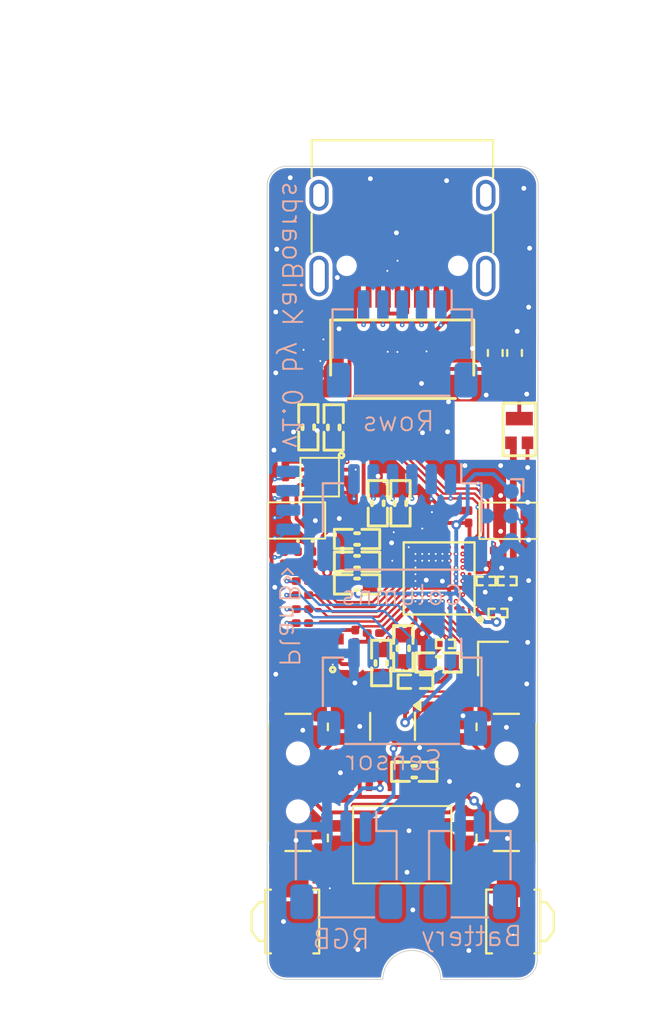
<source format=kicad_pcb>
(kicad_pcb (version 20241229) (generator "pcbnew") (generator_version "9.0")
  (layers (0 "F.Cu" signal "Top Layer") (4 "In1.Cu" signal "Mid Layer 1") (6 "In2.Cu" signal "Mid Layer 2") (2 "B.Cu" signal "Bottom Layer") (13 "F.Paste" user "Top Paste") (15 "B.Paste" user "Bottom Paste") (5 "F.SilkS" user "Top Overlay") (7 "B.SilkS" user "Bottom Overlay") (1 "F.Mask" user "Top Solder") (3 "B.Mask" user "Bottom Solder") (25 "Edge.Cuts" user))
  (property "ADDRESS1" "")
  (property "ADDRESS2" "")
  (property "ADDRESS3" "")
  (property "ADDRESS4" "")
  (property "APPLICATION_BUILDNUMBER" "")
  (property "APPROVEDBY" "")
  (property "AUTHOR" "")
  (property "CHECKEDBY" "")
  (property "CURRENTDATE" "")
  (property "CURRENTTIME" "")
  (property "DESCRIPTION" "Reference Layout Config. 4: VDD supply, LDO only, No USB")
  (property "DEVICE" "nRF52820-QDAA")
  (property "DOCUMENTFULLPATHANDNAME" "")
  (property "DOCUMENTNAME" "")
  (property "DOCUMENTNUMBER" "")
  (property "DOCUMENTSIZE" "A4")
  (property "DRAWNBY" "RUBR")
  (property "ENGINEER" "")
  (property "IMAGEPATH" "")
  (property "MODIFIEDDATE" "")
  (property "ORGANIZATION" "Nordic Semiconductor")
  (property "PROJECTNAME" "=ProjectName")
  (property "PROJECTNUMBER" "")
  (property "SHEETTOTAL" "1")
  (property "TIME" "")
  (net 0 "")
  (net 1 "GND")
  (net 2 "Row 0")
  (net 3 "Row 3")
  (net 4 "Row 2")
  (net 5 "Row 1")
  (net 6 "Col 1")
  (net 7 "Col 2")
  (net 8 "Col 3")
  (net 9 "Col 4")
  (net 10 "Col 5")
  (net 11 "Col 0")
  (net 12 "RST")
  (net 13 "VDD")
  (net 14 "VBAT")
  (net 15 "VDDA")
  (net 16 "EXTMODE")
  (net 17 "EXTCOMIN")
  (net 18 "Net-(J5-Pin_5)")
  (net 19 "GNDA")
  (net 24 "Net-(J1-CC2)")
  (net 27 "Net-(J1-CC1)")
  (net 28 "Net-(J2-Pin_1)")
  (net 29 "Net-(J3-Pin_2)")
  (net 30 "Net-(J7-Pin_4)")
  (net 31 "Net-(J7-Pin_3)")
  (net 32 "Net-(J7-Pin_5)")
  (net 33 "Net-(J7-Pin_2)")
  (net 34 "Row 4")
  (net 35 "VSENSE")
  (net 36 "D-")
  (net 37 "D+")
  (net 38 "Net-(U1-XC1)")
  (net 39 "Net-(U1-XC2)")
  (net 40 "Net-(C3-Pad2)")
  (net 41 "Net-(U1-DEC1)")
  (net 42 "Net-(U1-DEC5)")
  (net 43 "Net-(U1-DEC4)")
  (net 44 "Net-(U1-P0.00{slash}XL1)")
  (net 45 "Net-(U1-P0.01{slash}XL2)")
  (net 46 "VBUS")
  (net 47 "Net-(U1-DECUSB)")
  (net 48 "Net-(U1-ANT)")
  (net 49 "Net-(U1-DCC)")
  (net 50 "Net-(L2-Pad1)")
  (net 51 "Net-(U1-DCCH)")
  (net 53 "Net-(U2-NTC)")
  (net 54 "RGB DATA")
  (net 55 "Sensor CS")
  (net 56 "Sensor SDIO")
  (net 57 "Sensor CLK")
  (net 58 "Sensor IRQ")
  (net 59 "RGB ON")
  (net 60 "Net-(U2-ICHG)")
  (net 61 "unconnected-(U1-P0.17-PadJ6)")
  (net 62 "PlanB 5")
  (net 63 "unconnected-(U1-P0.21-PadJ4)")
  (net 64 "Net-(LD3-C)")
  (net 65 "unconnected-(U1-P1.00-PadJ3)")
  (net 66 "BLED")
  (net 67 "unconnected-(U1-P1.05-PadG2)")
  (net 68 "unconnected-(U1-P1.14-PadB5)")
  (net 71 "unconnected-(U1-P1.12-PadC5)")
  (net 73 "PlanB 4")
  (net 74 "PlanB 2")
  (net 75 "PlanB 3")
  (net 76 "unconnected-(U1-P0.14-PadJ7)")
  (net 78 "unconnected-(U1-P0.10{slash}NFC2-PadE2)")
  (net 80 "unconnected-(U1-P0.02{slash}AIN0-PadB6)")
  (net 82 "unconnected-(U1-P1.10-PadB4)")
  (net 83 "unconnected-(U1-P0.20-PadJ5)")
  (net 84 "PlanB 1")
  (net 85 "Net-(U2-DEC)")
  (net 89 "VSYS")
  (net 91 "SWDIO")
  (net 92 "SWCLK")
  (net 93 "/MCU/RF")
  (net 94 "Net-(J3-Pin_1)")
  (net 95 "/PSU/CHG")
  (net 96 "Net-(U4-Y)")
  (net 97 "LCD CS")
  (net 98 "DATA")
  (net 99 "CLK")
  (footprint "Capacitor_SMD:C_0201_0603Metric" (layer "F.Cu") (at 154.775 81.85)
    (property "Reference" "C1" (hide yes))
    (property "Value" "12pF" (hide yes))
  )
  (footprint "Capacitor_SMD:C_0201_0603Metric" (layer "F.Cu") (at 148.5068 81.7702 180)
    (property "Reference" "C5" (hide yes))
    (property "Value" "100nF" (hide yes))
  )
  (footprint "Passive:CAPC1608X06L" (layer "F.Cu") (at 148.9144 83.3196 -90)
    (property "Reference" "C14" (hide yes))
    (property "Value" "1.0µF" (hide yes))
  )
  (footprint "Inductors$:INDC0603X03L_C" (layer "F.Cu") (at 154.344 79.075)
    (property "Reference" "L1" (hide yes))
    (property "Value" "3.9nH" (hide yes))
  )
  (footprint "Resistor_SMD:R_0201_0603Metric" (layer "F.Cu") (at 148.85 88.95 -90)
    (property "Reference" "R8" (hide yes))
    (property "Value" "100R" (hide yes))
  )
  (footprint "Capacitors$:CAPC1608X06L" (layer "F.Cu") (at 145.14 71.115 -90)
    (property "Reference" "C23" (hide yes))
    (property "Value" "22µF" (hide yes))
  )
  (footprint "Passive:INDC1608X06L" (layer "F.Cu") (at 147.6616 78.075)
    (property "Reference" "L4" (hide yes))
    (property "Value" "10µH" (hide yes))
  )
  (footprint "Capacitor_SMD:C_0201_0603Metric" (layer "F.Cu") (at 144.88 65.845 180)
    (property "Reference" "C37" (hide yes))
    (property "Value" "560pF/680pF" (hide yes))
  )
  (footprint "Capacitor_SMD:C_0201_0603Metric" (layer "F.Cu") (at 154.8901 79.91312 90)
    (property "Reference" "C3" (hide yes))
    (property "Value" "1.0pF" (hide yes))
  )
  (footprint "Resistor_SMD:R_0201_0603Metric" (layer "F.Cu") (at 144.525 68.015 -90)
    (property "Reference" "R33" (hide yes))
    (property "Value" "10k" (hide yes))
  )
  (footprint "LED_SMD:LED_0201_0603Metric" (layer "F.Cu") (at 144.6 77.8675 -90)
    (property "Reference" "LD3" (hide yes))
    (property "Value" "L0603 (Blue)" (hide yes))
  )
  (footprint "ScottoKeebs_Components:Switch_MSK12C02" (layer "F.Cu") (at 155.4 89.5 -90)
    (property "Reference" "SW1" (hide yes))
    (property "Value" "Battery" (hide yes))
  )
  (footprint "Capacitor_SMD:C_0201_0603Metric" (layer "F.Cu") (at 155.3 68.66)
    (property "Reference" "C30" (hide yes))
    (property "Value" "1uF" (hide yes))
  )
  (footprint "Capacitor_SMD:C_0201_0603Metric" (layer "F.Cu") (at 154.65 84.45)
    (property "Reference" "C2" (hide yes))
    (property "Value" "12pF" (hide yes))
  )
  (footprint "Resistor_SMD:R_0201_0603Metric" (layer "F.Cu") (at 145.25 68.01 -90)
    (property "Reference" "R32" (hide yes))
    (property "Value" "10k" (hide yes))
  )
  (footprint "Capacitor_SMD:C_0201_0603Metric" (layer "F.Cu") (at 152.1394 75.7504 90)
    (property "Reference" "C7" (hide yes))
    (property "Value" "100nF" (hide yes))
  )
  (footprint "0603:INDC1608X06L" (layer "F.Cu") (at 150.0574 82.5576 90)
    (property "Reference" "L2" (hide yes))
    (property "Value" "10µH" (hide yes))
  )
  (footprint "Resistor_SMD:R_0402_1005Metric" (layer "F.Cu") (at 154.82 67.27 90)
    (property "Reference" "FB1" (hide yes))
    (property "Value" "2.7k" (hide yes))
  )
  (footprint "Capacitor_SMD:C_0201_0603Metric" (layer "F.Cu") (at 155.32 65.86)
    (property "Reference" "C38" (hide yes))
    (property "Value" "1uF" (hide yes))
  )
  (footprint "Hirose FH34SRJ-10S-0.5SH:CONN10x1_FH34SRJ-10S-0.5SH50_HIR" (layer "F.Cu") (at 149.999999 67.595007)
    (property "Reference" "J5" (hide yes))
    (property "Value" "Conn_01x10" (hide yes))
  )
  (footprint "Passive:CAPC1608X06L" (layer "F.Cu") (at 151.8862 83.2942)
    (property "Reference" "C15" (hide yes))
    (property "Value" "1.0µF" (hide yes))
  )
  (footprint "Resistor_SMD:R_0201_0603Metric" (layer "F.Cu") (at 143.95 74.005 90)
    (property "Reference" "R_ICHG1" (hide yes))
    (property "Value" "4k7" (hide yes))
  )
  (footprint "Capacitor_SMD:C_0201_0603Metric" (layer "F.Cu") (at 154.74 77.82 -90)
    (property "Reference" "C9" (hide yes))
    (property "Value" "820pF" (hide yes))
  )
  (footprint "Resistor_SMD:R_0201_0603Metric" (layer "F.Cu") (at 143.875 77.8675 -90)
    (property "Reference" "R_BLE1" (hide yes))
    (property "Value" "470k" (hide yes))
  )
  (footprint "Passive:CAPC1608X06L" (layer "F.Cu") (at 149.91159 75.05 90)
    (property "Reference" "C20" (hide yes))
    (property "Value" "4.7µF" (hide yes))
  )
  (footprint "Capacitor_SMD:C_0201_0603Metric" (layer "F.Cu") (at 147.5716 83.05741 90)
    (property "Reference" "C17" (hide yes))
    (property "Value" "12pF" (hide yes))
  )
  (footprint "Resistor_SMD:R_0201_0603Metric" (layer "F.Cu") (at 143.95 72.6 90)
    (property "Reference" "R3" (hide yes))
    (property "Value" "10k" (hide yes))
  )
  (footprint "0402:INDC1005X04L" (layer "F.Cu") (at 150.6866 84.2848 180)
    (property "Reference" "L3" (hide yes))
    (property "Value" "15nH" (hide yes))
  )
  (footprint "Resistor_SMD:R_0201_0603Metric" (layer "F.Cu") (at 144.835 80.53 180)
    (property "Reference" "R15" (hide yes))
    (property "Value" "100R" (hide yes))
  )
  (footprint "Resistor_SMD:R_0201_0603Metric" (layer "F.Cu") (at 151.3 86.58 90)
    (property "Reference" "R_DIV1" (hide yes))
    (property "Value" "2M" (hide yes))
  )
  (footprint "ScottoKeebs_Components:Switch_MSK12C02" (layer "F.Cu") (at 144.6 89.5 90)
    (property "Reference" "SW1" (hide yes))
    (property "Value" "Battery" (hide yes))
  )
  (footprint "Passive:INDC0603X03L_C" (layer "F.Cu") (at 155.4362 79.07492)
    (property "Reference" "L5" (hide yes))
    (property "Value" "4.7nH" (hide yes))
  )
  (footprint "Resistor_SMD:R_0201_0603Metric" (layer "F.Cu") (at 144.83 81.255 180)
    (property "Reference" "R16" (hide yes))
    (property "Value" "100R" (hide yes))
  )
  (footprint "nRF Devices$:BGA25C40P5X5_200X200X50" (layer "F.Cu") (at 145.725 73.7 -90)
    (property "Reference" "U2" (hide yes))
    (property "Value" "nPM1100-CAAx" (hide yes))
  )
  (footprint "Capacitors$:CAPC1608X06L" (layer "F.Cu") (at 146.45 71.125 -90)
    (property "Reference" "C24" (hide yes))
    (property "Value" "2.2µF" (hide yes))
  )
  (footprint "nRF Devices$:BGA94C35P10X10_352X356X50" (layer "F.Cu") (at 151.9116 78.9 180)
    (property "Reference" "U1" (hide yes))
    (property "Value" "nRF52840_CKAA" (hide yes))
  )
  (footprint "Resistor_SMD:R_0201_0603Metric" (layer "F.Cu") (at 144.83 79.08 180)
    (property "Reference" "R11" (hide yes))
    (property "Value" "100R" (hide yes))
  )
  (footprint "Capacitor_SMD:C_0201_0603Metric" (layer "F.Cu") (at 143.95 71.195 -90)
    (property "Reference" "C22" (hide yes))
    (property "Value" "1.0µF" (hide yes))
  )
  (footprint "Passive:CAPC1608X06L" (layer "F.Cu") (at 150.625 88.945 180)
    (property "Reference" "C4" (hide yes))
    (property "Value" "10µF" (hide yes))
  )
  (footprint "Resistor_SMD:R_0201_0603Metric" (layer "F.Cu") (at 144.28 63.89 90)
    (property "Reference" "R22" (hide yes))
    (property "Value" "5k1" (hide yes))
  )
  (footprint "Crystal:Crystal_SMD_1210-4Pin_1.2x1.0mm" (layer "F.Cu") (at 154.76 83.15)
    (property "Reference" "X1" (hide yes))
    (property "Value" "32MHz" (hide yes))
  )
  (footprint "Passive:CAPC0603X03L_C" (layer "F.Cu") (at 154.962 80.7322)
    (property "Reference" "C12" (hide yes))
    (property "Value" "100nF" (hide yes))
  )
  (footprint "Passive:CAPC1608X06L" (layer "F.Cu") (at 148.7366 75.05 90)
    (property "Reference" "C21" (hide yes))
    (property "Value" "4.7µF" (hide yes))
  )
  (footprint "Passive:CAPC1608X06L" (layer "F.Cu") (at 147.6616 76.9 180)
    (property "Reference" "C19" (hide yes))
    (property "Value" "4.7µF" (hide yes))
  )
  (footprint "Resistor_SMD:R_0201_0603Metric" (layer "F.Cu") (at 155.69 63.91 90)
    (property "Reference" "R21" (hide yes))
    (property "Value" "5k1" (hide yes))
  )
  (footprint "YAGEO Antenna:ANT2012LL13R2400A" (layer "F.Cu") (at 156.1158 71.2796 90)
    (property "Reference" "AE1" (hide yes))
    (property "Value" "2450AT18A100E" (hide yes))
  )
  (footprint "LED_SMD:LED_0201_0603Metric" (layer "F.Cu") (at 145.35 77.8675 -90)
    (property "Reference" "LD2" (hide yes))
    (property "Value" "L0603G (Amber)" (hide yes))
  )
  (footprint "Button_Switch_SMD:SW_SPST_B3U-3000P" (layer "F.Cu") (at 144.3 96.7 90)
    (property "Reference" "SW2" (hide yes))
    (property "Value" "Reset" (hide yes))
  )
  (footprint "Resistor_SMD:R_0201_0603Metric" (layer "F.Cu") (at 144.88 66.57)
    (property "Reference" "R39" (hide yes))
    (property "Value" "10k" (hide yes))
  )
  (footprint "Capacitor_SMD:C_0201_0603Metric" (layer "F.Cu") (at 147.5716 81.93241 -90)
    (property "Reference" "C18" (hide yes))
    (property "Value" "12pF" (hide yes))
  )
  (footprint "Package_TO_SOT_SMD:SOT-353_SC-70-5" (layer "F.Cu") (at 149.5 86.6 -90)
    (property "Reference" "U4" (hide yes))
    (property "Value" "SN74LV1T125DCK" (hide yes))
  )
  (footprint "Connector_USB:USB_C_Receptacle_HRO_TYPE-C-31-M-12" (layer "F.Cu") (at 150.01 60.16 180)
    (property "Reference" "J1" (hide yes))
    (property "Value" "HRO_TYPE-C-31-M-14" (hide yes))
  )
  (footprint "Resistor_SMD:R_0402_1005Metric" (layer "F.Cu") (at 155.82 67.27 -90)
    (property "Reference" "FB2" (hide yes))
    (property "Value" "2.7k" (hide yes))
  )
  (footprint "Resistor_SMD:R_0201_0603Metric" (layer "F.Cu") (at 152 86.58 -90)
    (property "Reference" "R_DIV2" (hide yes))
    (property "Value" "806k" (hide yes))
  )
  (footprint "Passive:CAPC1608X06L" (layer "F.Cu") (at 147.6616 79.25 180)
    (property "Reference" "C6" (hide yes))
    (property "Value" "4.7µF" (hide yes))
  )
  (footprint "EXC-1210:XTAL_ECS32761210TR" (layer "F.Cu") (at 146.4 82.4875 90)
    (property "Reference" "X2" (hide yes))
    (property "Value" "32.768kHz")
  )
  (footprint "Capacitor_SMD:C_0201_0603Metric" (layer "F.Cu") (at 153.43639 75.7504 90)
    (property "Reference" "C8" (hide yes))
    (property "Value" "100nF" (hide yes))
  )
  (footprint "Passive:CAPC0603X03L_C" (layer "F.Cu") (at 152.2418 82.329 180)
    (property "Reference" "C16" (hide yes))
    (property "Value" "47nF" (hide yes))
  )
  (footprint "TPS22916 load switch:BGA4C40P2X2_77X77X50" (layer "F.Cu") (at 147.5968 85.4032 180)
    (property "Reference" "U3" (hide yes))
    (property "Value" "TPS22916BYFPT" (hide yes))
  )
  (footprint "Button_Switch_SMD:SW_SPST_B3U-3000P" (layer "F.Cu") (at 155.75 96.7 -90)
    (property "Reference" "SW2" (hide yes))
    (property "Value" "Reset" (hide yes))
  )
  (footprint "Resistor_SMD:R_0201_0603Metric" (layer "F.Cu") (at 144.835 79.805 180)
    (property "Reference" "R14" (hide yes))
    (property "Value" "100R" (hide yes))
  )
  (footprint "Connector_JST:JST_SH_SM06B-SRSS-TB_1x06-1MP_P1.00mm_Horizontal" (layer "B.Cu") (at 150 75.8 180)
    (property "Reference" "J4" (hide yes))
    (property "Value" "columns" (hide yes))
  )
  (footprint "Connector:Tag-Connect_TC2030-IDC-NL_2x03_P1.27mm_Vertical" (layer "B.Cu") (at 155.005 75.71 -90)
    (property "Reference" "J8" (hide yes))
    (property "Value" "Conn_ARM_SWD_TagConnect_TC2030-NL" (hide yes))
  )
  (footprint "Connector_JST:JST_SHL_SM05B-SHLS-TF_1x05-1MP_P1.00mm_Horizontal" (layer "B.Cu") (at 145.775 75.4 -90)
    (property "Reference" "J9" (hide yes))
    (property "Value" "Conn_01x05_Pin" (hide yes))
  )
  (footprint "Connector_JST:JST_SH_SM02B-SRSS-TB_1x02-1MP_P1.00mm_Horizontal" (layer "B.Cu") (at 153.5 93.8 180)
    (property "Reference" "J2" (hide yes))
    (property "Value" "Battery" (hide yes))
  )
  (footprint "Connector_JST:JST_SH_SM05B-SRSS-TB_1x05-1MP_P1.00mm_Horizontal" (layer "B.Cu") (at 150 66.8 180)
    (property "Reference" "J6" (hide yes))
    (property "Value" "rows" (hide yes))
  )
  (footprint "Connector_JST:JST_SH_SM03B-SRSS-TB_1x03-1MP_P1.00mm_Horizontal" (layer "B.Cu") (at 147.1 93.8 180)
    (property "Reference" "J3" (hide yes))
    (property "Value" "rgb" (hide yes))
  )
  (footprint "Connector_JST:JST_SH_SM06B-SRSS-TB_1x06-1MP_P1.00mm_Horizontal" (layer "B.Cu") (at 150 84.825 180)
    (property "Reference" "J7" (hide yes))
    (property "Value" "sensor" (hide yes))
  )
  (gr_rect (start 150.9366 78.275) (end 152.5366 79.525) (fill yes) (layer "F.Cu") (net 1))
  (gr_poly (pts (xy 153.81733 79.42492) (xy 153.96422 79.5718) (xy 153.96422 79.83689) (xy 153.54848 79.83689) (xy 153.41019 79.6986) (xy 153.4102 79.425)) (fill yes) (layer "F.Cu") (net 1))
  (gr_rect (start 152.3366 79.325) (end 152.5366 79.775) (fill yes) (layer "F.Cu") (net 1))
  (gr_rect (start 154 75.0175) (end 157 76.9) (stroke (width 0.1)) (fill no) (layer "F.SilkS"))
  (gr_rect (start 147.45625 90.723125) (end 152.54375 94.726875) (stroke (width 0.1)) (fill no) (layer "F.SilkS"))
  (gr_rect (start 143.0125 75) (end 146.0125 76.8825) (stroke (width 0.1)) (fill no) (layer "F.SilkS"))
  (gr_line (start 151.999984 99.699828) (end 155.992893 99.692893) (stroke (width 0.05)) (layer "Edge.Cuts"))
  (gr_line (start 157.04289 58.607109) (end 156.992893 98.692893) (stroke (width 0.05)) (layer "Edge.Cuts"))
  (gr_arc (start 149 99.69288) (mid 150.503445 98.192884) (end 151.999984 99.69977) (stroke (width 0.05)) (layer "Edge.Cuts"))
  (gr_arc (start 143.007107 58.607107) (mid 143.3 57.9) (end 144.007107 57.607107) (stroke (width 0.05)) (layer "Edge.Cuts"))
  (gr_line (start 143.007107 58.607107) (end 143.007107 98.6929) (stroke (width 0.05)) (layer "Edge.Cuts"))
  (gr_line (start 144.007107 99.692892) (end 149 99.6929) (stroke (width 0.05)) (layer "Edge.Cuts"))
  (gr_arc (start 156.992893 98.692893) (mid 156.7 99.4) (end 155.992893 99.692893) (stroke (width 0.05)) (layer "Edge.Cuts"))
  (gr_line (start 144.007107 57.607107) (end 156.042889 57.60711) (stroke (width 0.05)) (layer "Edge.Cuts"))
  (gr_arc (start 144.007107 99.692893) (mid 143.3 99.4) (end 143.007107 98.692893) (stroke (width 0.05)) (layer "Edge.Cuts"))
  (gr_arc (start 156.042889 57.607109) (mid 156.75 57.9) (end 157.042889 58.607109) (stroke (width 0.05)) (layer "Edge.Cuts"))
  (gr_text "Columns" (at 153.25 80.4 0) (layer "B.SilkS") (effects (font (size 1 1) (thickness 0.1)) (justify left bottom mirror)))
  (gr_text "Rows" (at 151.75 71.4 0) (layer "B.SilkS") (effects (font (size 1 1) (thickness 0.1)) (justify left bottom mirror)))
  (gr_text "Sensor" (at 152.15 88.95 0) (layer "B.SilkS") (effects (font (size 1 1) (thickness 0.1)) (justify left bottom mirror)))
  (gr_text "PlanB»" (at 143.55 83.6 270) (layer "B.SilkS") (effects (font (size 1 1) (thickness 0.1)) (justify left bottom mirror)))
  (gr_text "Battery" (at 156.3 98.05 0) (layer "B.SilkS") (effects (font (size 1 1) (thickness 0.1)) (justify left bottom mirror)))
  (gr_text "RGB" (at 148.4 98.2 0) (layer "B.SilkS") (effects (font (size 1 1) (thickness 0.1)) (justify left bottom mirror)))
  (gr_text "v1.0 by KaiBoards" (at 143.7 72.3 270) (layer "B.SilkS") (effects (font (size 1 1) (thickness 0.1)) (justify left bottom mirror)))
  (segment (start 153.22754 79.42855) (end 153.28157 79.42855) (width 0.2) (layer "F.Cu") (net 1))
  (segment (start 144.955 70.255) (end 145.135 70.435) (width 0.2) (layer "F.Cu") (net 1))
  (segment (start 155.3 78.45) (end 155.3 77.88) (width 0.2) (layer "F.Cu") (net 1))
  (segment (start 155.36688 80.23312) (end 155.6 80) (width 0.2) (layer "F.Cu") (net 1))
  (segment (start 152.4366 79.42501) (end 153.224 79.42501) (width 0.2) (layer "F.Cu") (net 1))
  (segment (start 154.425 83.480962) (end 155.095 82.810962) (width 0.125) (layer "F.Cu") (net 1))
  (segment (start 154.48312 80.23312) (end 154.8901 80.23312) (width 0.2) (layer "F.Cu") (net 1))
  (segment (start 148.85 86) (end 149.45 86.6) (width 0.2) (layer "F.Cu") (net 1))
  (segment (start 154.75 78.6) (end 155.15 78.6) (width 0.2) (layer "F.Cu") (net 1))
  (segment (start 155.64 65.86) (end 155.64 66.58) (width 0.2) (layer "F.Cu") (net 1))
  (segment (start 153.43639 75.4654) (end 153.47179 75.43001) (width 0.2) (layer "F.Cu") (net 1))
  (segment (start 148.4 85.2) (end 148.85 85.65) (width 0.2) (layer "F.Cu") (net 1))
  (segment (start 155.64 65.86) (end 155.667595 65.86) (width 0.2) (layer "F.Cu") (net 1))
  (segment (start 145.85 65.801196) (end 145.85 65.95) (width 0.2) (layer "F.Cu") (net 1))
  (segment (start 155.095 81.85) (end 155.095 82.74) (width 0.2) (layer "F.Cu") (net 1))
  (segment (start 146.11436 78.63564) (end 146.24 78.51) (width 0.2) (layer "F.Cu") (net 1))
  (segment (start 156.49 73.19) (end 156.5 73.2) (width 0.2) (layer "F.Cu") (net 1))
  (segment (start 148.20501 82.21741) (end 148.2218 82.2342) (width 0.2) (layer "F.Cu") (net 1))
  (segment (start 143.233107 78.636893) (end 143.233107 78.92) (width 0.2) (layer "F.Cu") (net 1))
  (segment (start 155.3 77.55) (end 155.25 77.5) (width 0.2) (layer "F.Cu") (net 1))
  (segment (start 145.325 74.5) (end 145.725 74.5) (width 0.2) (layer "F.Cu") (net 1))
  (segment (start 145.135 70.435) (end 146.435 70.435) (width 0.2) (layer "F.Cu") (net 1))
  (segment (start 153.28157 79.42855) (end 153.4866 79.63358) (width 0.2) (layer "F.Cu") (net 1))
  (segment (start 151.135 83.3196) (end 151.262 83.4466) (width 0.2) (layer "F.Cu") (net 1))
  (segment (start 145.325 73.7) (end 145.725 73.7) (width 0.2) (layer "F.Cu") (net 1))
  (segment (start 146.61 79.25) (end 146.9866 79.25) (width 0.2) (layer "F.Cu") (net 1))
  (segment (start 146.24 78.45) (end 146.24 78.88) (width 0.2) (layer "F.Cu") (net 1))
  (segment (start 153.7063 79.65) (end 153.687205 79.630905) (width 0.2) (layer "F.Cu") (net 1))
  (segment (start 155.667595 65.86) (end 155.95748 66.149885) (width 0.2) (layer "F.Cu") (net 1))
  (segment (start 145.725 73.7) (end 145.725 74.1) (width 0.2) (layer "F.Cu") (net 1))
  (segment (start 146.9866 76.9) (end 146.55 76.9) (width 0.2) (layer "F.Cu") (net 1))
  (segment (start 154.74 78.14) (end 154.74 78.59) (width 0.2) (layer "F.Cu") (net 1))
  (segment (start 146.55 76.9) (end 146.24 77.21) (width 0.2) (layer "F.Cu") (net 1))
  (segment (start 145.325 73.7) (end 145.325 74.1) (width 0.2) (layer "F.Cu") (net 1))
  (segment (start 148.7366 74.375) (end 149.91159 74.375) (width 0.2) (layer "F.Cu") (net 1))
  (segment (start 146.24 77.21) (end 146.24 78.45) (width 0.2) (layer "F.Cu") (net 1))
  (segment (start 143.662499 78.63) (end 143.24 78.63) (width 0.2) (layer "F.Cu") (net 1))
  (segment (start 152.104 75.43001) (end 152.1394 75.4654) (width 0.2) (layer "F.Cu") (net 1))
  (segment (start 154.51 78.14) (end 154.31 78.14) (width 0.2) (layer "F.Cu") (net 1))
  (segment (start 155.095 82.810962) (end 155.095 82.74) (width 0.125) (layer "F.Cu") (net 1))
  (segment (start 146.435 70.435) (end 146.445 70.445) (width 0.2) (layer "F.Cu") (net 1))
  (segment (start 154.939999 78.14) (end 154.74 78.14) (width 0.2) (layer "F.Cu") (net 1))
  (segment (start 146.24 78.88) (end 146.61 79.25) (width 0.2) (layer "F.Cu") (net 1))
  (segment (start 155.15 78.6) (end 155.3 78.45) (width 0.2) (layer "F.Cu") (net 1))
  (segment (start 153.224 79.42501) (end 153.22754 79.42855) (width 0.2) (layer "F.Cu") (net 1))
  (segment (start 156.49 71.92) (end 156.49 73.19) (width 0.2) (layer "F.Cu") (net 1))
  (segment (start 154.425 83.56) (end 154.425 83.480962) (width 0.2) (layer "F.Cu") (net 1))
  (segment (start 155.25 77.83) (end 154.939999 78.14) (width 0.2) (layer "F.Cu") (net 1))
  (segment (start 152.95 75.4304) (end 153.43639 75.4304) (width 0.2) (layer "F.Cu") (net 1))
  (segment (start 144.56 65.845) (end 144.56 65.645001) (width 0.2) (layer "F.Cu") (net 1))
  (segment (start 145.325 74.1) (end 145.325 74.5) (width 0.2) (layer "F.Cu") (net 1))
  (segment (start 154.3 79.65) (end 153.7063 79.65) (width 0.2) (layer "F.Cu") (net 1))
  (segment (start 154.74 78.59) (end 154.75 78.6) (width 0.2) (layer "F.Cu") (net 1))
  (segment (start 148.2218 82.2342) (end 148.2218 81.7702) (width 0.2) (layer "F.Cu") (net 1))
  (segment (start 147.8 85.2) (end 148.4 85.2) (width 0.2) (layer "F.Cu") (net 1))
  (segment (start 143.233107 78.636893) (end 143.233107 77.37) (width 0.2) (layer "F.Cu") (net 1))
  (segment (start 147.5716 82.25241) (end 147.5716 82.73741) (width 0.2) (layer "F.Cu") (net 1))
  (segment (start 143.875 78.1875) (end 143.875 78.417499) (width 0.2) (layer "F.Cu") (net 1))
  (segment (start 155.25 77.83) (end 155.3 77.78) (width 0.2) (layer "F.Cu") (net 1))
  (segment (start 147.5716 82.21741) (end 148.20501 82.21741) (width 0.2) (layer "F.Cu") (net 1))
  (segment (start 153.85 78.6) (end 154.75 78.6) (width 0.2) (layer "F.Cu") (net 1))
  (segment (start 144.786001 65.419) (end 145.467804 65.419) (width 0.2) (layer "F.Cu") (net 1))
  (segment (start 146.76 63.48906) (end 146.637115 63.366175) (width 0.2) (layer "F.Cu") (net 1))
  (segment (start 155.3 77.78) (end 155.3 77.55) (width 0.2) (layer "F.Cu") (net 1))
  (segment (start 152.1304 75.4304) (end 151.5 74.8) (width 0.2) (layer "F.Cu") (net 1))
  (segment (start 145.467804 65.419) (end 145.85 65.801196) (width 0.2) (layer "F.Cu") (net 1))
  (segment (start 154.3 79.65) (end 154.3 80.05) (width 0.2) (layer "F.Cu") (net 1))
  (segment (start 146.76 64.205) (end 146.76 63.48906) (width 0.2) (layer "F.Cu") (net 1))
  (segment (start 144.56 65.645001) (end 144.786001 65.419) (width 0.2) (layer "F.Cu") (net 1))
  (segment (start 151.9568 82.329) (end 151.9568 82.5486) (width 0.2) (layer "F.Cu") (net 1))
  (segment (start 151.749998 66.100002) (end 152.5 65.35) (width 0.2) (layer "F.Cu") (net 1))
  (segment (start 152.1394 75.4304) (end 152.1304 75.4304) (width 0.2) (layer "F.Cu") (net 1))
  (segment (start 154.8901 80.23312) (end 155.36688 80.23312) (width 0.2) (layer "F.Cu") (net 1))
  (segment (start 154.31 78.14) (end 153.85 78.6) (width 0.2) (layer "F.Cu") (net 1))
  (segment (start 144.925 74.5) (end 145.325 74.5) (width 0.2) (layer "F.Cu") (net 1))
  (segment (start 146.24 78.51) (end 146.24 78.45) (width 0.2) (layer "F.Cu") (net 1))
  (segment (start 143.875 78.417499) (end 143.662499 78.63) (width 0.2) (layer "F.Cu") (net 1))
  (segment (start 143.24 78.63) (end 143.233107 78.636893) (width 0.2) (layer "F.Cu") (net 1))
  (segment (start 154.3 80.05) (end 154.48312 80.23312) (width 0.2) (layer "F.Cu") (net 1))
  (segment (start 155.64 66.58) (end 155.82 66.76) (width 0.2) (layer "F.Cu") (net 1))
  (segment (start 156.065 70.67) (end 156.065 69.515) (width 0.2) (layer "F.Cu") (net 1))
  (segment (start 153.4866 79.775) (end 153.4866 79.63358) (width 0.2) (layer "F.Cu") (net 1))
  (segment (start 156.065 69.515) (end 156.05 69.5) (width 0.2) (layer "F.Cu") (net 1))
  (segment (start 145.325 74.1) (end 145.725 74.1) (width 0.2) (layer "F.Cu") (net 1))
  (segment (start 155.3 77.88) (end 155.25 77.83) (width 0.2) (layer "F.Cu") (net 1))
  (segment (start 152.25 86.9) (end 152.8 86.35) (width 0.2) (layer "F.Cu") (net 1))
  (segment (start 151.9568 82.5486) (end 151.2112 83.2942) (width 0.2) (layer "F.Cu") (net 1))
  (segment (start 148.85 85.65) (end 148.85 86) (width 0.2) (layer "F.Cu") (net 1))
  (segment (start 151.749998 66.55) (end 151.749998 66.100002) (width 0.2) (layer "F.Cu") (net 1))
  (segment (start 152 86.9) (end 152.25 86.9) (width 0.2) (layer "F.Cu") (net 1))
  (segment (start 145.725 74.1) (end 145.725 74.5) (width 0.2) (layer "F.Cu") (net 1))
  (via (at 156.5 73.2) (size 0.5) (drill 0.25) (layers "F.Cu" "B.Cu") (net 1))
  (via (at 156.45 69.4) (size 0.5) (drill 0.25) (layers "F.Cu" "B.Cu") (net 1))
  (via (at 156.55 79.05) (size 0.5) (drill 0.25) (layers "F.Cu" "B.Cu") (net 1))
  (via (at 156 89.65) (size 0.5) (drill 0.25) (layers "F.Cu" "B.Cu") (net 1))
  (via (at 156.5 82.25) (size 0.5) (drill 0.25) (layers "F.Cu" "B.Cu") (net 1))
  (via blind (at 155.1 74.65) (size 0.5) (drill 0.25) (layers "F.Cu" "In1.Cu") (net 1))
  (via (at 146.8 89) (size 0.5) (drill 0.25) (layers "F.Cu" "B.Cu") (net 1))
  (via (at 152.4 69.8) (size 0.5) (drill 0.25) (layers "F.Cu" "B.Cu") (net 1))
  (via (at 154.35 69.45) (size 0.5) (drill 0.25) (layers "F.Cu" "B.Cu") (net 1))
  (via blind (at 155.1 76.5) (size 0.5) (drill 0.25) (layers "F.Cu" "In1.Cu") (net 1))
  (via blind (at 155.6 80) (size 0.5) (drill 0.25) (layers "F.Cu" "In1.Cu") (net 1))
  (via blind (at 155.15 78.4) (size 0.5) (drill 0.25) (layers "F.Cu" "In1.Cu") (net 1))
  (via (at 144.85 86.8) (size 0.5) (drill 0.25) (layers "F.Cu" "B.Cu") (net 1))
  (via blind (at 148.75 73.65) (size 0.5) (drill 0.25) (layers "F.Cu" "In1.Cu") (net 1))
  (via (at 143.5 61.9) (size 0.5) (drill 0.25) (layers "F.Cu" "B.Cu") (net 1))
  (via (at 151 68.85) (size 0.5) (drill 0.25) (layers "F.Cu" "B.Cu") (net 1))
  (via (at 153.15 86.05) (size 0.5) (drill 0.25) (layers "F.Cu" "B.Cu") (net 1))
  (via (at 152.45 89.45) (size 0.5) (drill 0.25) (layers "F.Cu" "B.Cu") (net 1))
  (via (at 143.45 65.15) (size 0.5) (drill 0.25) (layers "F.Cu" "B.Cu") (net 1))
  (via (at 143.85 96.7) (size 0.5) (drill 0.25) (layers "F.Cu" "B.Cu") (net 1))
  (via (at 152.3 58.35) (size 0.5) (drill 0.25) (layers "F.Cu" "B.Cu") (net 1))
  (via (at 145.5 75.95) (size 0.5) (drill 0.25) (layers "F.Cu" "B.Cu") (net 1))
  (via (at 150.55 96.1) (size 0.5) (drill 0.25) (layers "F.Cu" "B.Cu") (net 1))
  (via (at 151.2446 79.028) (size 0.43) (drill 0.25) (layers "F.Cu" "B.Cu") (net 1))
  (via (at 143.45 83.9) (size 0.5) (drill 0.25) (layers "F.Cu" "B.Cu") (net 1))
  (via (at 143.4 79.4) (size 0.5) (drill 0.25) (layers "F.Cu" "B.Cu") (net 1))
  (via (at 156.55 76.95) (size 0.5) (drill 0.25) (layers "F.Cu" "B.Cu") (net 1))
  (via (at 155.45 92.4) (size 0.5) (drill 0.25) (layers "F.Cu" "B.Cu") (net 1))
  (via (at 151.05 71.4) (size 0.5) (drill 0.25) (layers "F.Cu" "B.Cu") (net 1))
  (via (at 146.637115 63.366175) (size 0.5) (drill 0.25) (layers "F.Cu" "B.Cu") (net 1))
  (via (at 155.4 86.65) (size 0.5) (drill 0.25) (layers "F.Cu" "B.Cu") (net 1))
  (via (at 156.45 84.4) (size 0.5) (drill 0.25) (layers "F.Cu" "B.Cu") (net 1))
  (via (at 156.6 61.85) (size 0.5) (drill 0.25) (layers "F.Cu" "B.Cu") (net 1))
  (via (at 156.3 58.75) (size 0.5) (drill 0.25) (layers "F.Cu" "B.Cu") (net 1))
  (via blind (at 151.3866 80.125) (size 0.25) (drill 0.1) (layers "F.Cu" "In1.Cu") (net 1))
  (via (at 156.55 64.9) (size 0.5) (drill 0.25) (layers "F.Cu" "B.Cu") (net 1))
  (via blind (at 154.3 79.65) (size 0.5) (drill 0.25) (layers "F.Cu" "In1.Cu") (net 1))
  (via (at 155.1 73.1) (size 0.5) (drill 0.25) (layers "F.Cu" "B.Cu") (net 1))
  (via blind (at 149.45 77.1) (size 0.5) (drill 0.25) (layers "F.Cu" "In1.Cu") (net 1))
  (via (at 149.7 61.05) (size 0.5) (drill 0.25) (layers "F.Cu" "B.Cu") (net 1))
  (via (at 147.55 84.35) (size 0.5) (drill 0.25) (layers "F.Cu" "B.Cu") (net 1))
  (via (at 147.7 98.15) (size 0.5) (drill 0.25) (layers "F.Cu" "B.Cu") (net 1))
  (via (at 144.5 92.5) (size 0.5) (drill 0.25) (layers "F.Cu" "B.Cu") (net 1))
  (via (at 153.25 73.1) (size 0.5) (drill 0.25) (layers "F.Cu" "B.Cu") (net 1))
  (via (at 153.45 98.2) (size 0.5) (drill 0.25) (layers "F.Cu" "B.Cu") (net 1))
  (via (at 143.357107 72.3) (size 0.5) (drill 0.25) (layers "F.Cu" "B.Cu") (net 1))
  (via blind (at 146.11436 78.63564) (size 0.5) (drill 0.25) (layers "F.Cu" "In1.Cu") (net 1))
  (via (at 152.35 71.35) (size 0.5) (drill 0.25) (layers "F.Cu" "B.Cu") (net 1))
  (via blind (at 151.05 81.8) (size 0.5) (drill 0.25) (layers "F.Cu" "In1.Cu") (net 1))
  (via (at 150.25 94.15) (size 0.5) (drill 0.25) (layers "F.Cu" "B.Cu") (net 1))
  (via (at 155.95748 66.149885) (size 0.5) (drill 0.25) (layers "F.Cu" "B.Cu") (net 1))
  (via (at 150.35 92) (size 0.5) (drill 0.25) (layers "F.Cu" "B.Cu") (net 1))
  (via (at 148.35 58.25) (size 0.5) (drill 0.25) (layers "F.Cu" "B.Cu") (net 1))
  (via (at 144.2 58.2) (size 0.5) (drill 0.25) (layers "F.Cu" "B.Cu") (net 1))
  (via (at 143.45 68.3) (size 0.5) (drill 0.25) (layers "F.Cu" "B.Cu") (net 1))
  (via (at 150.9 87.7) (size 0.5) (drill 0.25) (layers "F.Cu" "B.Cu") (net 1))
  (via blind (at 150.3366 77.325) (size 0.25) (drill 0.1) (layers "F.Cu" "In1.Cu") (net 1))
  (via (at 152.08061 79.082) (size 0.43) (drill 0.25) (layers "F.Cu" "B.Cu") (net 1))
  (via blind (at 154.35 78.45) (size 0.5) (drill 0.25) (layers "F.Cu" "In1.Cu") (net 1))
  (via (at 156.5 75) (size 0.5) (drill 0.25) (layers "F.Cu" "B.Cu") (net 1))
  (via blind (at 152.4366 78.025) (size 0.25) (drill 0.1) (layers "F.Cu" "In1.Cu") (net 2))
  (segment (start 152 65.83) (end 152 64.8) (width 0.125) (layer "B.Cu") (net 2))
  (via blind (at 152 65.83) (size 0.25) (drill 0.1) (layers "In2.Cu" "B.Cu") (net 2))
  (via blind (at 151.3866 78.025) (size 0.25) (drill 0.1) (layers "F.Cu" "In1.Cu") (net 3))
  (segment (start 149 65.81) (end 149 64.8) (width 0.125) (layer "B.Cu") (net 3))
  (via blind (at 149 65.81) (size 0.25) (drill 0.1) (layers "In2.Cu" "B.Cu") (net 3))
  (via blind (at 151.0366 78.025) (size 0.25) (drill 0.1) (layers "F.Cu" "In1.Cu") (net 4))
  (segment (start 150 65.82) (end 150 64.8) (width 0.125) (layer "B.Cu") (net 4))
  (via blind (at 150 65.82) (size 0.25) (drill 0.1) (layers "In2.Cu" "B.Cu") (net 4))
  (via blind (at 152.0866 78.025) (size 0.25) (drill 0.1) (layers "F.Cu" "In1.Cu") (net 5))
  (segment (start 151 64.8) (end 151 65.82) (width 0.125) (layer "B.Cu") (net 5))
  (via blind (at 151 65.82) (size 0.25) (drill 0.1) (layers "In2.Cu" "B.Cu") (net 5))
  (via blind (at 152.7866 79.075) (size 0.25) (drill 0.1) (layers "F.Cu" "In1.Cu") (net 6))
  (segment (start 151.5 74.82) (end 151.5 73.8) (width 0.125) (layer "B.Cu") (net 6))
  (via blind (at 151.5 74.82) (size 0.25) (drill 0.1) (layers "In2.Cu" "B.Cu") (net 6))
  (via blind (at 152.7866 78.375) (size 0.25) (drill 0.1) (layers "F.Cu" "In1.Cu") (net 7))
  (segment (start 150.51 73.81) (end 150.5 73.8) (width 0.125) (layer "B.Cu") (net 7))
  (segment (start 150.51 74.81) (end 150.51 73.81) (width 0.125) (layer "B.Cu") (net 7))
  (via blind (at 150.51 74.81) (size 0.25) (drill 0.1) (layers "In2.Cu" "B.Cu") (net 7))
  (via blind (at 151.7366 78.025) (size 0.25) (drill 0.1) (layers "F.Cu" "In1.Cu") (net 8))
  (segment (start 149.5 74.83) (end 149.5 73.8) (width 0.125) (layer "B.Cu") (net 8))
  (via blind (at 149.5 74.83) (size 0.25) (drill 0.1) (layers "In2.Cu" "B.Cu") (net 8))
  (via blind (at 151.0366 79.775) (size 0.25) (drill 0.1) (layers "F.Cu" "In1.Cu") (net 9))
  (segment (start 148.51 74.81) (end 148.51 73.81) (width 0.125) (layer "B.Cu") (net 9))
  (segment (start 148.51 73.81) (end 148.5 73.8) (width 0.125) (layer "B.Cu") (net 9))
  (via blind (at 148.51 74.81) (size 0.25) (drill 0.1) (layers "In2.Cu" "B.Cu") (net 9))
  (via blind (at 151.7366 79.775) (size 0.25) (drill 0.1) (layers "F.Cu" "In1.Cu") (net 10))
  (segment (start 147.5 74.81) (end 147.5 73.8) (width 0.125) (layer "B.Cu") (net 10))
  (via blind (at 147.5 74.81) (size 0.25) (drill 0.1) (layers "In2.Cu" "B.Cu") (net 10))
  (via blind (at 152.7866 78.725) (size 0.25) (drill 0.1) (layers "F.Cu" "In1.Cu") (net 11))
  (segment (start 152.51 74.8) (end 152.5 74.79) (width 0.125) (layer "B.Cu") (net 11))
  (segment (start 152.5 74.79) (end 152.5 73.8) (width 0.125) (layer "B.Cu") (net 11))
  (via blind (at 152.51 74.8) (size 0.25) (drill 0.1) (layers "In2.Cu" "B.Cu") (net 11))
  (segment (start 151.7366 75.7066) (end 151.7366 77.3115) (width 0.125) (layer "F.Cu") (net 12))
  (segment (start 144.3 95) (end 146.23 95) (width 0.125) (layer "F.Cu") (net 12))
  (segment (start 151.54 75.51) (end 151.7366 75.7066) (width 0.125) (layer "F.Cu") (net 12))
  (segment (start 146.23 95) (end 146.25 94.98) (width 0.125) (layer "F.Cu") (net 12))
  (segment (start 155.75 98.4) (end 155.75 97.38) (width 0.125) (layer "F.Cu") (net 12))
  (via blind (at 146.25 94.98) (size 0.25) (drill 0.1) (layers "F.Cu" "In2.Cu") (net 12))
  (via blind (at 155.75 97.38) (size 0.25) (drill 0.1) (layers "F.Cu" "In2.Cu") (net 12))
  (via blind (at 151.54 75.51) (size 0.25) (drill 0.1) (layers "F.Cu" "In2.Cu") (net 12))
  (segment (start 155.88 75.71) (end 156.19 76.02) (width 0.125) (layer "B.Cu") (net 12))
  (segment (start 155.64 75.71) (end 155.88 75.71) (width 0.125) (layer "B.Cu") (net 12))
  (via blind (at 156.19 76.02) (size 0.25) (drill 0.1) (layers "In2.Cu" "B.Cu") (net 12))
  (segment (start 145.65675 65) (end 144.5 65) (width 0.2) (layer "F.Cu") (net 13))
  (segment (start 147.0348 78.0364) (end 148.29249 79.2941) (width 0.2) (layer "F.Cu") (net 13))
  (segment (start 151.11 67.67) (end 153.91 67.67) (width 0.2) (layer "F.Cu") (net 13))
  (segment (start 149.28657 82.03302) (end 149.28657 82.02651) (width 0.2) (layer "F.Cu") (net 13))
  (segment (start 150.75 67.31) (end 151.11 67.67) (width 0.2) (layer "F.Cu") (net 13))
  (segment (start 153.92 66.76) (end 153.64 67.04) (width 0.2) (layer "F.Cu") (net 13))
  (segment (start 147.7378 79.7222) (end 147.86439 79.7222) (width 0.2) (layer "F.Cu") (net 13))
  (segment (start 146.73 66.02) (end 146.67675 66.02) (width 0.2) (layer "F.Cu") (net 13))
  (segment (start 150.75 66.55) (end 150.75 67.31) (width 0.2) (layer "F.Cu") (net 13))
  (segment (start 153.842 80.424) (end 153.842 80.56612) (width 0.2) (layer "F.Cu") (net 13))
  (segment (start 148.29249 79.2941) (end 148.3366 79.25) (width 0.2) (layer "F.Cu") (net 13))
  (segment (start 153.91 67.67) (end 154.82 66.76) (width 0.2) (layer "F.Cu") (net 13))
  (segment (start 148.9144 82.4052) (end 149.28657 82.03302) (width 0.2) (layer "F.Cu") (net 13))
  (segment (start 152.1394 76.0704) (end 152.8 76.0704) (width 0.2) (layer "F.Cu") (net 13))
  (segment (start 155 66.58) (end 154.82 66.76) (width 0.2) (layer "F.Cu") (net 13))
  (segment (start 148.9144 82.6446) (end 148.9144 82.4052) (width 0.2) (layer "F.Cu") (net 13))
  (segment (start 154.67701 80.99074) (end 154.88587 81.1996) (width 0.2) (layer "F.Cu") (net 13))
  (segment (start 152.0866 77.325) (end 152.0866 76.0856) (width 0.2) (layer "F.Cu") (net 13))
  (segment (start 152.8 76.16909) (end 152.8 76.0704) (width 0.2) (layer "F.Cu") (net 13))
  (segment (start 152.0866 76.0856) (end 152.1368 76.0354) (width 0.2) (layer "F.Cu") (net 13))
  (segment (start 153.842 80.56612) (end 154.00807 80.7322) (width 0.2) (layer "F.Cu") (net 13))
  (segment (start 152.79909 76.17) (end 152.8 76.16909) (width 0.2) (layer "F.Cu") (net 13))
  (segment (start 148.98065 79.25) (end 150.20565 78.025) (width 0.2) (layer "F.Cu") (net 13))
  (segment (start 153.43639 76.0354) (end 153.4866 76.0856) (width 0.2) (layer "F.Cu") (net 13))
  (segment (start 146.67675 66.02) (end 145.65675 65) (width 0.2) (layer "F.Cu") (net 13))
  (segment (start 150.15 85.65) (end 150.15 86.4) (width 0.2) (layer "F.Cu") (net 13))
  (segment (start 150.20565 78.025) (end 150.3366 78.025) (width 0.2) (layer "F.Cu") (net 13))
  (segment (start 144.104 66.114) (end 144.56 66.57) (width 0.2) (layer "F.Cu") (net 13))
  (segment (start 154.00807 80.7322) (end 154.67701 80.7322) (width 0.2) (layer "F.Cu") (net 13))
  (segment (start 144.104 65.396) (end 144.104 66.114) (width 0.2) (layer "F.Cu") (net 13))
  (segment (start 154.82 66.76) (end 153.92 66.76) (width 0.2) (layer "F.Cu") (net 13))
  (segment (start 155 65.86) (end 155 66.58) (width 0.2) (layer "F.Cu") (net 13))
  (segment (start 147.86439 79.7222) (end 148.29249 79.2941) (width 0.2) (layer "F.Cu") (net 13))
  (segment (start 153.4866 77.325) (end 153.4866 76.0856) (width 0.2) (layer "F.Cu") (net 13))
  (segment (start 152.8 76.0704) (end 153.43639 76.0704) (width 0.2) (layer "F.Cu") (net 13))
  (segment (start 154.67701 80.99074) (end 154.67701 80.7322) (width 0.2) (layer "F.Cu") (net 13))
  (segment (start 144.5 65) (end 144.104 65.396) (width 0.2) (layer "F.Cu") (net 13))
  (segment (start 148.3366 79.25) (end 148.98065 79.25) (width 0.2) (layer "F.Cu") (net 13))
  (via blind (at 152.7866 80.125) (size 0.25) (drill 0.1) (layers "F.Cu" "In1.Cu") (net 13))
  (via blind (at 153.842 80.424) (size 0.25) (drill 0.1) (layers "F.Cu" "In1.Cu") (net 13))
  (via (at 154.88587 81.1996) (size 0.5) (drill 0.25) (layers "F.Cu" "B.Cu") (net 13))
  (via (at 152.79909 76.17) (size 0.5) (drill 0.25) (layers "F.Cu" "B.Cu") (net 13))
  (via (at 150.15 86.4) (size 0.5) (drill 0.25) (layers "F.Cu" "B.Cu") (net 13))
  (via blind (at 149.28657 82.02651) (size 0.25) (drill 0.1) (layers "F.Cu" "In1.Cu") (net 13))
  (via blind (at 146.73 66.02) (size 0.5) (drill 0.25) (layers "F.Cu" "In1.Cu") (net 13))
  (via (at 147.7378 79.7222) (size 0.5) (drill 0.25) (layers "F.Cu" "B.Cu") (net 13))
  (via blind (at 153.64 67.04) (size 0.5) (drill 0.25) (layers "F.Cu" "In1.Cu") (net 13))
  (via blind (at 151.0366 80.125) (size 0.25) (drill 0.1) (layers "F.Cu" "In1.Cu") (net 13))
  (segment (start 152.79909 76.17) (end 153.39 75.57909) (width 0.2) (layer "B.Cu") (net 13))
  (segment (start 152.5 84.05) (end 152.5 82.825) (width 0.2) (layer "B.Cu") (net 13))
  (segment (start 153.78 73.54) (end 154.74 73.54) (width 0.2) (layer "B.Cu") (net 13))
  (segment (start 152.79909 76.17) (end 152.79909 79.11282) (width 0.2) (layer "B.Cu") (net 13))
  (segment (start 147.7378 79.7222) (end 152.18971 79.7222) (width 0.2) (layer "B.Cu") (net 13))
  (segment (start 152.79909 79.7222) (end 152.79909 79.11282) (width 0.2) (layer "B.Cu") (net 13))
  (segment (start 153.39 73.93) (end 153.78 73.54) (width 0.2) (layer "B.Cu") (net 13))
  (segment (start 152.79909 79.11282) (end 152.79909 79.70909) (width 0.2) (layer "B.Cu") (net 13))
  (segment (start 150.15 86.4) (end 152.5 84.05) (width 0.2) (layer "B.Cu") (net 13))
  (segment (start 152.79909 79.70909) (end 154.2896 81.1996) (width 0.2) (layer "B.Cu") (net 13))
  (segment (start 152.18971 79.7222) (end 152.79909 79.7222) (width 0.2) (layer "B.Cu") (net 13))
  (segment (start 152.5 79.7222) (end 152.18971 79.7222) (width 0.2) (layer "B.Cu") (net 13))
  (segment (start 154.74 73.54) (end 155.64 74.44) (width 0.2) (layer "B.Cu") (net 13))
  (segment (start 152.5 82.825) (end 152.5 79.7222) (width 0.2) (layer "B.Cu") (net 13))
  (segment (start 154.2896 81.1996) (end 154.88587 81.1996) (width 0.2) (layer "B.Cu") (net 13))
  (segment (start 153.39 75.57909) (end 153.39 73.93) (width 0.2) (layer "B.Cu") (net 13))
  (segment (start 145.325 72.745) (end 145.325 72.9) (width 0.2) (layer "F.Cu") (net 14))
  (segment (start 153.4 89.33) (end 153.4 88.75) (width 0.2) (layer "F.Cu") (net 14))
  (segment (start 151.3 86.9) (end 153.15 88.75) (width 0.2) (layer "F.Cu") (net 14))
  (segment (start 147.8 86.6) (end 147.8 89.902455) (width 0.2) (layer "F.Cu") (net 14))
  (segment (start 153.15 88.75) (end 153.4 88.75) (width 0.2) (layer "F.Cu") (net 14))
  (segment (start 149.95 88.945) (end 149.95 90.25) (width 0.2) (layer "F.Cu") (net 14))
  (segment (start 153.1 88.75) (end 153.4 88.75) (width 0.2) (layer "F.Cu") (net 14))
  (segment (start 145.325 72.9) (end 145.325 73.3) (width 0.2) (layer "F.Cu") (net 14))
  (segment (start 144.215 71.515) (end 144.439 71.739) (width 0.2) (layer "F.Cu") (net 14))
  (segment (start 144.575 72.5) (end 145.08 72.5) (width 0.2) (layer "F.Cu") (net 14))
  (segment (start 145.08 72.5) (end 145.325 72.745) (width 0.2) (layer "F.Cu") (net 14))
  (segment (start 147.8 90.25) (end 149.95 90.25) (width 0.2) (layer "F.Cu") (net 14))
  (segment (start 143.95 71.515) (end 144.215 71.515) (width 0.2) (layer "F.Cu") (net 14))
  (segment (start 152.48 90.25) (end 153.4 89.33) (width 0.2) (layer "F.Cu") (net 14))
  (segment (start 147.3936 86.1936) (end 147.8 86.6) (width 0.2) (layer "F.Cu") (net 14))
  (segment (start 149.95 90.25) (end 152.48 90.25) (width 0.2) (layer "F.Cu") (net 14))
  (segment (start 144.439 72.364) (end 144.575 72.5) (width 0.2) (layer "F.Cu") (net 14))
  (segment (start 144.439 71.739) (end 144.439 72.364) (width 0.2) (layer "F.Cu") (net 14))
  (segment (start 147.8 89.902455) (end 147.8 90.25) (width 0.2) (layer "F.Cu") (net 14))
  (segment (start 146.6 90.25) (end 147.8 90.25) (width 0.2) (layer "F.Cu") (net 14))
  (segment (start 150.15 88.745) (end 149.95 88.945) (width 0.2) (layer "F.Cu") (net 14))
  (segment (start 147.3936 85.6064) (end 147.3936 86.1936) (width 0.2) (layer "F.Cu") (net 14))
  (via blind (at 144.369177 71.35919) (size 0.5) (drill 0.25) (layers "F.Cu" "In2.Cu") (net 14))
  (via blind (at 147.8 86.6) (size 0.5) (drill 0.25) (layers "F.Cu" "In2.Cu") (net 14))
  (segment (start 154.98 67.94) (end 154.82 67.78) (width 0.2) (layer "F.Cu") (net 15))
  (segment (start 154.5 68.1) (end 154.82 67.78) (width 0.2) (layer "F.Cu") (net 15))
  (segment (start 150.249999 67.419999) (end 150.93 68.1) (width 0.2) (layer "F.Cu") (net 15))
  (segment (start 150.249999 66.55) (end 150.249999 67.419999) (width 0.2) (layer "F.Cu") (net 15))
  (segment (start 154.98 68.66) (end 154.98 67.94) (width 0.2) (layer "F.Cu") (net 15))
  (segment (start 150.93 68.1) (end 154.5 68.1) (width 0.2) (layer "F.Cu") (net 15))
  (segment (start 151.249999 67.179999) (end 151.26 67.19) (width 0.125) (layer "F.Cu") (net 16))
  (segment (start 145.25 67.69) (end 145.76 67.69) (width 0.125) (layer "F.Cu") (net 16))
  (segment (start 151.249999 66.55) (end 151.249999 67.179999) (width 0.125) (layer "F.Cu") (net 16))
  (via blind (at 151.26 67.19) (size 0.25) (drill 0.1) (layers "F.Cu" "In1.Cu") (net 16))
  (via blind (at 145.76 67.69) (size 0.25) (drill 0.1) (layers "F.Cu" "In1.Cu") (net 16))
  (segment (start 149.249998 67.210002) (end 149.249998 66.55) (width 0.125) (layer "F.Cu") (net 17))
  (segment (start 144.525 67.215) (end 144.525 67.695) (width 0.125) (layer "F.Cu") (net 17))
  (segment (start 144.89 67.11) (end 144.63 67.11) (width 0.125) (layer "F.Cu") (net 17))
  (segment (start 144.63 67.11) (end 144.525 67.215) (width 0.125) (layer "F.Cu") (net 17))
  (via blind (at 144.89 67.11) (size 0.25) (drill 0.1) (layers "F.Cu" "In1.Cu") (net 17))
  (via blind (at 149.249998 67.210002) (size 0.25) (drill 0.1) (layers "F.Cu" "In1.Cu") (net 17))
  (segment (start 145.2 65.845) (end 145.2 66.57) (width 0.2) (layer "F.Cu") (net 18))
  (segment (start 149.75 67.22) (end 149.75 67.12) (width 0.125) (layer "F.Cu") (net 18))
  (segment (start 145.2 66.57) (end 145.92 66.57) (width 0.125) (layer "F.Cu") (net 18))
  (segment (start 149.75 67.12) (end 149.749999 67.119999) (width 0.125) (layer "F.Cu") (net 18))
  (segment (start 149.749999 67.119999) (end 149.749999 66.55) (width 0.125) (layer "F.Cu") (net 18))
  (via blind (at 149.75 67.22) (size 0.25) (drill 0.1) (layers "F.Cu" "In1.Cu") (net 18))
  (via blind (at 145.92 66.57) (size 0.25) (drill 0.1) (layers "F.Cu" "In1.Cu") (net 18))
  (segment (start 156.433051 65.693051) (end 156.43121 67.16879) (width 0.2) (layer "F.Cu") (net 19))
  (segment (start 153.42 66.55) (end 154.69 65.28) (width 0.2) (layer "F.Cu") (net 19))
  (segment (start 155.62 68.66) (end 155.62 67.98) (width 0.2) (layer "F.Cu") (net 19))
  (segment (start 154.69 65.28) (end 156.02 65.28) (width 0.2) (layer "F.Cu") (net 19))
  (segment (start 156.02 65.28) (end 156.433051 65.693051) (width 0.2) (layer "F.Cu") (net 19))
  (segment (start 152.25 66.55) (end 153.42 66.55) (width 0.2) (layer "F.Cu") (net 19))
  (segment (start 156.43121 67.16879) (end 155.82 67.78) (width 0.2) (layer "F.Cu") (net 19))
  (segment (start 155.62 67.98) (end 155.82 67.78) (width 0.2) (layer "F.Cu") (net 19))
  (segment (start 144.28 63.57) (end 144.28 63.017215) (width 0.2) (layer "F.Cu") (net 24))
  (segment (start 147.255008 61.939) (end 148.26 62.943992) (width 0.2) (layer "F.Cu") (net 24))
  (segment (start 148.26 62.943992) (end 148.26 64.205) (width 0.2) (layer "F.Cu") (net 24))
  (segment (start 145.358215 61.939) (end 147.255008 61.939) (width 0.2) (layer "F.Cu") (net 24))
  (segment (start 144.28 63.017215) (end 145.358215 61.939) (width 0.2) (layer "F.Cu") (net 24))
  (segment (start 155.69 63.59) (end 155.69 62.967215) (width 0.2) (layer "F.Cu") (net 27))
  (segment (start 155.69 62.967215) (end 154.661785 61.939) (width 0.2) (layer "F.Cu") (net 27))
  (segment (start 154.661785 61.939) (end 152.549 61.939) (width 0.2) (layer "F.Cu") (net 27))
  (segment (start 152.549 61.939) (end 151.26 63.228) (width 0.2) (layer "F.Cu") (net 27))
  (segment (start 151.26 63.228) (end 151.26 64.205) (width 0.2) (layer "F.Cu") (net 27))
  (segment (start 145.992 91.052) (end 152.472999 91.052) (width 0.2) (layer "F.Cu") (net 28))
  (segment (start 153.725 90.45) (end 153.625 90.45) (width 0.2) (layer "F.Cu") (net 28))
  (segment (start 145.52 90.58) (end 145.992 91.052) (width 0.2) (layer "F.Cu") (net 28))
  (segment (start 153.4 87.25) (end 154.44 88.29) (width 0.2) (layer "F.Cu") (net 28))
  (segment (start 154.44 88.29) (end 154.44 89.085) (width 0.2) (layer "F.Cu") (net 28))
  (segment (start 152.472999 91.052) (end 153.35 90.175) (width 0.2) (layer "F.Cu") (net 28))
  (segment (start 145.52 88.33) (end 145.52 90.58) (width 0.2) (layer "F.Cu") (net 28))
  (segment (start 154.44 89.085) (end 153.35 90.175) (width 0.2) (layer "F.Cu") (net 28))
  (segment (start 146.6 87.25) (end 145.52 88.33) (width 0.2) (layer "F.Cu") (net 28))
  (segment (start 153.625 90.45) (end 153.35 90.175) (width 0.2) (layer "F.Cu") (net 28))
  (via blind (at 153.725 90.45) (size 0.5) (drill 0.25) (layers "F.Cu" "B.Cu") (net 28))
  (segment (start 154 91.8) (end 154 90.725) (width 0.2) (layer "B.Cu") (net 28))
  (segment (start 154 90.725) (end 153.725 90.45) (width 0.2) (layer "B.Cu") (net 28))
  (segment (start 148.85 89.27) (end 148.85 89.8) (width 0.2) (layer "F.Cu") (net 29))
  (via blind (at 148.85 89.8) (size 0.4) (drill 0.2) (layers "F.Cu" "B.Cu") (net 29))
  (segment (start 148.85 89.8) (end 147.95 89.8) (width 0.2) (layer "B.Cu") (net 29))
  (segment (start 147.1 90.65) (end 147.1 91.8) (width 0.2) (layer "B.Cu") (net 29))
  (segment (start 147.95 89.8) (end 147.1 90.65) (width 0.2) (layer "B.Cu") (net 29))
  (segment (start 144.03 80.53) (end 144.515 80.53) (width 0.2) (layer "F.Cu") (net 30))
  (via blind (at 144.03 80.53) (size 0.25) (drill 0.1) (layers "F.Cu" "B.Cu") (net 30))
  (segment (start 144.96 80.53) (end 145.38 80.95) (width 0.125) (layer "B.Cu") (net 30))
  (segment (start 144.03 80.53) (end 144.96 80.53) (width 0.125) (layer "B.Cu") (net 30))
  (segment (start 145.38 80.95) (end 148.44 80.95) (width 0.125) (layer "B.Cu") (net 30))
  (segment (start 149.5 82.01) (end 149.5 82.825) (width 0.125) (layer "B.Cu") (net 30))
  (segment (start 148.44 80.95) (end 149.5 82.01) (width 0.125) (layer "B.Cu") (net 30))
  (segment (start 144.01 79.805) (end 144.515 79.805) (width 0.2) (layer "F.Cu") (net 31))
  (via blind (at 144.01 79.805) (size 0.25) (drill 0.1) (layers "F.Cu" "B.Cu") (net 31))
  (segment (start 144.01 79.805) (end 144.010069 79.804931) (width 0.2) (layer "B.Cu") (net 31))
  (segment (start 144.724931 79.804931) (end 145.55 80.63) (width 0.125) (layer "B.Cu") (net 31))
  (segment (start 145.55 80.63) (end 149.079999 80.63) (width 0.125) (layer "B.Cu") (net 31))
  (segment (start 149.079999 80.63) (end 150.5 82.050001) (width 0.125) (layer "B.Cu") (net 31))
  (segment (start 150.5 82.050001) (end 150.5 82.825) (width 0.125) (layer "B.Cu") (net 31))
  (segment (start 144.010069 79.804931) (end 144.724931 79.804931) (width 0.125) (layer "B.Cu") (net 31))
  (segment (start 144.03 81.255) (end 144.51 81.255) (width 0.2) (layer "F.Cu") (net 32))
  (via blind (at 144.03 81.255) (size 0.25) (drill 0.1) (layers "F.Cu" "B.Cu") (net 32))
  (segment (start 144.035 81.26) (end 144.03 81.255) (width 0.125) (layer "B.Cu") (net 32))
  (segment (start 147.709999 81.26) (end 144.035 81.26) (width 0.125) (layer "B.Cu") (net 32))
  (segment (start 148.5 82.825) (end 148.5 82.050001) (width 0.125) (layer "B.Cu") (net 32))
  (segment (start 148.5 82.050001) (end 147.709999 81.26) (width 0.125) (layer "B.Cu") (net 32))
  (segment (start 144.51 79.08) (end 144.02 79.08) (width 0.2) (layer "F.Cu") (net 33))
  (via blind (at 144.02 79.08) (size 0.25) (drill 0.1) (layers "F.Cu" "B.Cu") (net 33))
  (segment (start 144.49 79.08) (end 145.72 80.31) (width 0.125) (layer "B.Cu") (net 33))
  (segment (start 151.4 81.95) (end 151.5 82.050001) (width 0.125) (layer "B.Cu") (net 33))
  (segment (start 149.759999 80.31) (end 151.4 81.95) (width 0.125) (layer "B.Cu") (net 33))
  (segment (start 151.5 82.050001) (end 151.5 82.825) (width 0.125) (layer "B.Cu") (net 33))
  (segment (start 145.72 80.31) (end 149.759999 80.31) (width 0.125) (layer "B.Cu") (net 33))
  (segment (start 144.02 79.08) (end 144.49 79.08) (width 0.125) (layer "B.Cu") (net 33))
  (via blind (at 151.3866 79.775) (size 0.25) (drill 0.1) (layers "F.Cu" "In1.Cu") (net 34))
  (segment (start 148 65.81) (end 148 64.8) (width 0.125) (layer "B.Cu") (net 34))
  (via blind (at 148 65.81) (size 0.25) (drill 0.1) (layers "In2.Cu" "B.Cu") (net 34))
  (segment (start 153.72499 82.268512) (end 152.0866 80.630122) (width 0.125) (layer "F.Cu") (net 35))
  (segment (start 152 85.904968) (end 153.72499 84.179978) (width 0.125) (layer "F.Cu") (net 35))
  (segment (start 153.72499 84.179978) (end 153.72499 82.268512) (width 0.125) (layer "F.Cu") (net 35))
  (segment (start 152 86.26) (end 152 85.904968) (width 0.125) (layer "F.Cu") (net 35))
  (segment (start 152.0866 80.630122) (end 152.0866 80.4885) (width 0.125) (layer "F.Cu") (net 35))
  (segment (start 151.3 86.26) (end 152 86.26) (width 0.125) (layer "F.Cu") (net 35))
  (segment (start 150.26 65.182) (end 150.26 64.205) (width 0.2) (layer "F.Cu") (net 36))
  (segment (start 149.26 64.205) (end 149.26 65.182) (width 0.2) (layer "F.Cu") (net 36))
  (segment (start 149.309 65.231) (end 150.211 65.231) (width 0.2) (layer "F.Cu") (net 36))
  (segment (start 149.23 64.175) (end 149.26 64.205) (width 0.2) (layer "F.Cu") (net 36))
  (segment (start 147.59 73.31) (end 146.535 73.31) (width 0.2) (layer "F.Cu") (net 36))
  (segment (start 149.26 65.182) (end 149.309 65.231) (width 0.2) (layer "F.Cu") (net 36))
  (segment (start 150.211 65.231) (end 150.26 65.182) (width 0.2) (layer "F.Cu") (net 36))
  (segment (start 146.535 73.31) (end 146.525 73.3) (width 0.2) (layer "F.Cu") (net 36))
  (segment (start 149.23 63.02) (end 149.23 64.175) (width 0.2) (layer "F.Cu") (net 36))
  (via blind (at 151.0366 77.675) (size 0.25) (drill 0.1) (layers "F.Cu" "In1.Cu") (net 36))
  (via blind (at 147.59 73.31) (size 0.25) (drill 0.1) (layers "F.Cu" "In1.Cu") (net 36))
  (via blind (at 149.23 63.02) (size 0.25) (drill 0.1) (layers "F.Cu" "In1.Cu") (net 36))
  (segment (start 147.14 72.9) (end 146.525 72.9) (width 0.2) (layer "F.Cu") (net 37))
  (segment (start 149.76 62.5) (end 149.76 63.228) (width 0.2) (layer "F.Cu") (net 37))
  (segment (start 150.76 64.205) (end 150.76 63.228) (width 0.2) (layer "F.Cu") (net 37))
  (segment (start 151.04 77.274) (end 151.0366 77.274) (width 0.2) (layer "F.Cu") (net 37))
  (segment (start 149.809 63.179) (end 149.76 63.228) (width 0.2) (layer "F.Cu") (net 37))
  (segment (start 151.04 76.36) (end 151.04 77.274) (width 0.2) (layer "F.Cu") (net 37))
  (segment (start 150.711 63.179) (end 149.809 63.179) (width 0.2) (layer "F.Cu") (net 37))
  (segment (start 150.76 63.228) (end 150.711 63.179) (width 0.2) (layer "F.Cu") (net 37))
  (segment (start 149.76 63.228) (end 149.76 64.205) (width 0.2) (layer "F.Cu") (net 37))
  (via blind (at 147.14 72.9) (size 0.25) (drill 0.1) (layers "F.Cu" "In1.Cu") (net 37))
  (via blind (at 151.04 76.36) (size 0.25) (drill 0.1) (layers "F.Cu" "In1.Cu") (net 37))
  (via blind (at 149.76 62.5) (size 0.25) (drill 0.1) (layers "F.Cu" "In1.Cu") (net 37))
  (segment (start 153.4785 80.8685) (end 153.4785 80.475) (width 0.125) (layer "F.Cu") (net 38))
  (segment (start 154.455 81.845) (end 153.4785 80.8685) (width 0.125) (layer "F.Cu") (net 38))
  (segment (start 154.455 82.71) (end 154.425 82.74) (width 0.125) (layer "F.Cu") (net 38))
  (segment (start 154.455 81.845) (end 154.455 82.71) (width 0.125) (layer "F.Cu") (net 38))
  (segment (start 154.455 81.85) (end 154.455 81.845) (width 0.2) (layer "F.Cu") (net 38))
  (segment (start 153.15 80.4884) (end 153.15 81.32) (width 0.125) (layer "F.Cu") (net 39))
  (segment (start 154.3 84.0285) (end 154.33 84.0585) (width 0.125) (layer "F.Cu") (net 39))
  (segment (start 155.095 83.922) (end 155.095 83.56) (width 0.125) (layer "F.Cu") (net 39))
  (segment (start 154.3 84.0285) (end 154.9885 84.0285) (width 0.125) (layer "F.Cu") (net 39))
  (segment (start 154.1585 84.0285) (end 154.3 84.0285) (width 0.125) (layer "F.Cu") (net 39))
  (segment (start 153.99 82.16) (end 153.99 83.86) (width 0.125) (layer "F.Cu") (net 39))
  (segment (start 153.99 83.86) (end 154.1585 84.0285) (width 0.125) (layer "F.Cu") (net 39))
  (segment (start 153.15 81.32) (end 153.99 82.16) (width 0.125) (layer "F.Cu") (net 39))
  (segment (start 154.33 84.0585) (end 154.33 84.45) (width 0.125) (layer "F.Cu") (net 39))
  (segment (start 153.1366 80.475) (end 153.15 80.4884) (width 0.125) (layer "F.Cu") (net 39))
  (segment (start 154.9885 84.0285) (end 155.095 83.922) (width 0.125) (layer "F.Cu") (net 39))
  (segment (start 154.9028 79.07484) (end 155.15128 79.07484) (width 0.2286) (layer "F.Cu") (net 40))
  (segment (start 154.8901 79.62812) (end 154.8901 79.08754) (width 0.2032) (layer "F.Cu") (net 40))
  (segment (start 155.15128 79.07484) (end 155.16316 79.07484) (width 0.2286) (layer "F.Cu") (net 40))
  (segment (start 154.8901 79.08754) (end 154.9028 79.07484) (width 0.2032) (layer "F.Cu") (net 40))
  (segment (start 154.63536 79.07484) (end 154.9028 79.07484) (width 0.2286) (layer "F.Cu") (net 40))
  (segment (start 149.0414 81.7702) (end 150.3366 80.475) (width 0.2) (layer "F.Cu") (net 41))
  (segment (start 148.79179 81.7702) (end 149.0414 81.7702) (width 0.2) (layer "F.Cu") (net 41))
  (segment (start 154.74 77.16) (end 154.74 77.5) (width 0.2) (layer "F.Cu") (net 42))
  (via blind (at 153.1366 78.725) (size 0.25) (drill 0.1) (layers "F.Cu" "In1.Cu") (net 42))
  (via blind (at 154.74 77.16) (size 0.25) (drill 0.1) (layers "F.Cu" "In1.Cu") (remove_unused_layers yes) (net 42))
  (segment (start 152.52679 82.329) (end 152.52679 82.2584) (width 0.2) (layer "F.Cu") (net 43))
  (segment (start 151.03409 80.7657) (end 151.0366 80.7682) (width 0.2) (layer "F.Cu") (net 43))
  (segment (start 151.03409 80.7657) (end 151.03409 80.47501) (width 0.2) (layer "F.Cu") (net 43))
  (segment (start 152.0132 84.2848) (end 152.52679 83.77121) (width 0.2) (layer "F.Cu") (net 43))
  (segment (start 152.52679 83.77121) (end 152.52679 82.329) (width 0.2) (layer "F.Cu") (net 43))
  (segment (start 151.0366 80.7682) (end 151.0366 80.47501) (width 0.2) (layer "F.Cu") (net 43))
  (segment (start 151.0366 80.7682) (end 152.52679 82.2584) (width 0.2) (layer "F.Cu") (net 43))
  (segment (start 151.1616 84.2848) (end 152.0132 84.2848) (width 0.2) (layer "F.Cu") (net 43))
  (via blind (at 153.13659 79.77855) (size 0.25) (drill 0.1) (layers "F.Cu" "In1.Cu") (net 43))
  (via blind (at 152.28289 81.9992) (size 0.25) (drill 0.1) (layers "F.Cu" "In1.Cu") (net 43))
  (segment (start 147.5716 83.37741) (end 146.87741 83.37741) (width 0.2) (layer "F.Cu") (net 44))
  (segment (start 146.4 83.4) (end 146.4 82.9) (width 0.2) (layer "F.Cu") (net 44))
  (segment (start 146.87741 83.37741) (end 146.4 82.9) (width 0.2) (layer "F.Cu") (net 44))
  (via blind (at 146.4 83.4) (size 0.25) (drill 0.1) (layers "F.Cu" "In1.Cu") (net 44))
  (via blind (at 150.6866 80.125) (size 0.25) (drill 0.1) (layers "F.Cu" "In1.Cu") (net 44))
  (segment (start 150.28001 80.125) (end 150.3366 80.125) (width 0.125) (layer "F.Cu") (net 45))
  (segment (start 147.5716 81.64742) (end 147.799 81.42001) (width 0.125) (layer "F.Cu") (net 45))
  (segment (start 146.86259 81.61241) (end 146.4 82.075) (width 0.2) (layer "F.Cu") (net 45))
  (segment (start 148.985 81.42001) (end 150.28001 80.125) (width 0.125) (layer "F.Cu") (net 45))
  (segment (start 147.799 81.42001) (end 148.985 81.42001) (width 0.125) (layer "F.Cu") (net 45))
  (segment (start 147.5716 81.61241) (end 146.86259 81.61241) (width 0.2) (layer "F.Cu") (net 45))
  (segment (start 147.56 64.205) (end 147.56 65.665) (width 0.2) (layer "F.Cu") (net 46))
  (segment (start 147.56 65.665) (end 147.271198 65.953802) (width 0.2) (layer "F.Cu") (net 46))
  (segment (start 148 72.528802) (end 148 74.9884) (width 0.2) (layer "F.Cu") (net 46))
  (segment (start 146.125 72.55) (end 146.445 72.23) (width 0.2) (layer "F.Cu") (net 46))
  (segment (start 146.445 71.795) (end 147.266198 71.795) (width 0.2) (layer "F.Cu") (net 46))
  (segment (start 146.27501 71.725) (end 146.27501 71.725) (width 0.2) (layer "F.Cu") (net 46))
  (segment (start 146.125 72.9) (end 146.125 72.55) (width 0.2) (layer "F.Cu") (net 46))
  (segment (start 152.46 64.885) (end 151.695 65.65) (width 0.2) (layer "F.Cu") (net 46))
  (segment (start 147.266198 71.795) (end 147.271198 71.8) (width 0.2) (layer "F.Cu") (net 46))
  (segment (start 147.56 65.65) (end 147.56 64.205) (width 0.2) (layer "F.Cu") (net 46))
  (segment (start 152.46 64.205) (end 152.46 64.885) (width 0.2) (layer "F.Cu") (net 46))
  (segment (start 146.125 72.9) (end 146.125 73.3) (width 0.2) (layer "F.Cu") (net 46))
  (segment (start 147.271198 65.953802) (end 147.271198 71.8) (width 0.2) (layer "F.Cu") (net 46))
  (segment (start 148.7366 75.725) (end 149.5616 76.55) (width 0.2) (layer "F.Cu") (net 46))
  (segment (start 147.271198 71.8) (end 148 72.528802) (width 0.2) (layer "F.Cu") (net 46))
  (segment (start 148 74.9884) (end 148.7366 75.725) (width 0.2) (layer "F.Cu") (net 46))
  (segment (start 146.445 72.23) (end 146.445 71.795) (width 0.2) (layer "F.Cu") (net 46))
  (segment (start 151.695 65.65) (end 147.56 65.65) (width 0.2) (layer "F.Cu") (net 46))
  (via blind (at 149.5616 76.55) (size 0.25) (drill 0.1) (layers "F.Cu" "In1.Cu") (net 46))
  (via blind (at 150.6866 77.675) (size 0.25) (drill 0.1) (layers "F.Cu" "In1.Cu") (net 46))
  (segment (start 149.91159 76.28758) (end 149.91159 75.725) (width 0.2) (layer "F.Cu") (net 47))
  (segment (start 150.6866 77.325) (end 150.6866 77.06258) (width 0.2) (layer "F.Cu") (net 47))
  (segment (start 149.91159 76.28758) (end 150.6866 77.06258) (width 0.2) (layer "F.Cu") (net 47))
  (segment (start 153.4866 79.075) (end 154.05908 79.075) (width 0.2) (layer "F.Cu") (net 48))
  (segment (start 150.0828 81.7788) (end 150.6866 81.175) (width 0.2) (layer "F.Cu") (net 49))
  (segment (start 150.0828 81.866) (end 150.0828 81.7788) (width 0.2) (layer "F.Cu") (net 49))
  (segment (start 150.6866 81.175) (end 150.6866 80.475) (width 0.2) (layer "F.Cu") (net 49))
  (segment (start 150.0828 83.4866) (end 150.2116 83.6154) (width 0.2) (layer "F.Cu") (net 50))
  (segment (start 150.2116 84.2848) (end 150.2116 83.6154) (width 0.2) (layer "F.Cu") (net 50))
  (segment (start 148.3366 78.075) (end 148.38659 78.025) (width 0.2) (layer "F.Cu") (net 51))
  (segment (start 148.38659 78.025) (end 149.4886 78.025) (width 0.2) (layer "F.Cu") (net 51))
  (via blind (at 150.6866 78.025) (size 0.25) (drill 0.1) (layers "F.Cu" "In1.Cu") (net 51))
  (via blind (at 149.4886 78.025) (size 0.25) (drill 0.1) (layers "F.Cu" "In1.Cu") (net 51))
  (segment (start 143.925 72.915) (end 143.94 72.9) (width 0.2) (layer "F.Cu") (net 53))
  (segment (start 143.94 72.9) (end 144.925 72.9) (width 0.2) (layer "F.Cu") (net 53))
  (segment (start 151.7366 80.63509) (end 153.47399 82.37248) (width 0.125) (layer "F.Cu") (net 54))
  (segment (start 149.5 85.325001) (end 149.5 85.65) (width 0.125) (layer "F.Cu") (net 54))
  (segment (start 151.7366 80.475) (end 151.7366 80.63509) (width 0.125) (layer "F.Cu") (net 54))
  (segment (start 149.775001 85.05) (end 149.5 85.325001) (width 0.125) (layer "F.Cu") (net 54))
  (segment (start 153.47399 82.37248) (end 153.47399 84.07601) (width 0.125) (layer "F.Cu") (net 54))
  (segment (start 152.5 85.05) (end 149.775001 85.05) (width 0.125) (layer "F.Cu") (net 54))
  (segment (start 153.47399 84.07601) (end 152.5 85.05) (width 0.125) (layer "F.Cu") (net 54))
  (segment (start 150.26579 78.725) (end 150.3366 78.725) (width 0.125) (layer "F.Cu") (net 55))
  (segment (start 145.15 79.08) (end 146.49 80.42) (width 0.125) (layer "F.Cu") (net 55))
  (segment (start 146.49 80.42) (end 148.57079 80.42) (width 0.125) (layer "F.Cu") (net 55))
  (segment (start 148.57079 80.42) (end 150.26579 78.725) (width 0.125) (layer "F.Cu") (net 55))
  (segment (start 148.672932 80.67) (end 148.673631 80.669301) (width 0.125) (layer "F.Cu") (net 56))
  (segment (start 145.155 79.805) (end 145.520032 79.805) (width 0.125) (layer "F.Cu") (net 56))
  (segment (start 145.520032 79.805) (end 146.385032 80.67) (width 0.125) (layer "F.Cu") (net 56))
  (segment (start 146.385032 80.67) (end 148.672932 80.67) (width 0.125) (layer "F.Cu") (net 56))
  (segment (start 148.67434 80.67001) (end 150.26934 79.075) (width 0.125) (layer "F.Cu") (net 56))
  (segment (start 150.26934 79.075) (end 150.3366 79.075) (width 0.125) (layer "F.Cu") (net 56))
  (segment (start 148.77789 80.92001) (end 150.2729 79.425) (width 0.125) (layer "F.Cu") (net 57))
  (segment (start 145.155 80.53) (end 145.74 80.53) (width 0.125) (layer "F.Cu") (net 57))
  (segment (start 146.13001 80.92001) (end 148.77789 80.92001) (width 0.125) (layer "F.Cu") (net 57))
  (segment (start 150.2729 79.425) (end 150.3366 79.425) (width 0.125) (layer "F.Cu") (net 57))
  (segment (start 145.74 80.53) (end 146.13001 80.92001) (width 0.125) (layer "F.Cu") (net 57))
  (segment (start 145.67981 81.255) (end 145.7648 81.17001) (width 0.125) (layer "F.Cu") (net 58))
  (segment (start 145.15 81.255) (end 145.67981 81.255) (width 0.125) (layer "F.Cu") (net 58))
  (segment (start 150.27646 79.775) (end 150.3366 79.775) (width 0.125) (layer "F.Cu") (net 58))
  (segment (start 145.7648 81.17001) (end 148.88145 81.17001) (width 0.125) (layer "F.Cu") (net 58))
  (segment (start 148.88145 81.17001) (end 150.27646 79.775) (width 0.125) (layer "F.Cu") (net 58))
  (segment (start 153.22299 82.476448) (end 153.22299 83.94701) (width 0.125) (layer "F.Cu") (net 59))
  (segment (start 151.3866 80.63864) (end 151.3866 80.475) (width 0.125) (layer "F.Cu") (net 59))
  (segment (start 147.789736 84.8) (end 147.3936 85.196136) (width 0.125) (layer "F.Cu") (net 59))
  (segment (start 151.3866 80.63864) (end 153.22299 82.47503) (width 0.125) (layer "F.Cu") (net 59))
  (segment (start 147.3936 85.196136) (end 147.3936 85.2) (width 0.125) (layer "F.Cu") (net 59))
  (segment (start 152.37 84.8) (end 147.789736 84.8) (width 0.125) (layer "F.Cu") (net 59))
  (segment (start 153.22299 83.94701) (end 152.37 84.8) (width 0.125) (layer "F.Cu") (net 59))
  (segment (start 144.37785 73.685) (end 144.76285 73.3) (width 0.2) (layer "F.Cu") (net 60))
  (segment (start 143.95 73.685) (end 144.37785 73.685) (width 0.2) (layer "F.Cu") (net 60))
  (segment (start 144.76285 73.3) (end 144.925 73.3) (width 0.2) (layer "F.Cu") (net 60))
  (via blind (at 151.7366 77.675) (size 0.25) (drill 0.1) (layers "F.Cu" "In1.Cu") (net 61))
  (via blind (at 150.6866 79.775) (size 0.25) (drill 0.1) (layers "F.Cu" "In1.Cu") (net 62))
  (segment (start 143.65 77.85) (end 144.1 77.4) (width 0.125) (layer "B.Cu") (net 62))
  (segment (start 143.4 77.85) (end 143.65 77.85) (width 0.125) (layer "B.Cu") (net 62))
  (via blind (at 143.4 77.85) (size 0.25) (drill 0.1) (layers "In1.Cu" "B.Cu") (net 62))
  (via blind (at 152.4366 77.675) (size 0.25) (drill 0.1) (layers "F.Cu" "In1.Cu") (net 63))
  (segment (start 143.875 77.5475) (end 144.6 77.5475) (width 0.2) (layer "F.Cu") (net 64))
  (via blind (at 152.7866 77.675) (size 0.25) (drill 0.1) (layers "F.Cu" "In1.Cu") (net 65))
  (segment (start 146.922 80.17) (end 148.46723 80.17) (width 0.125) (layer "F.Cu") (net 66))
  (segment (start 145.096662 78.681) (end 145.541 78.681) (width 0.125) (layer "F.Cu") (net 66))
  (segment (start 146.921 80.169) (end 146.922 80.17) (width 0.125) (layer "F.Cu") (net 66))
  (segment (start 144.6 78.1875) (end 144.603162 78.1875) (width 0.125) (layer "F.Cu") (net 66))
  (segment (start 148.46723 80.17) (end 150.26223 78.375) (width 0.125) (layer "F.Cu") (net 66))
  (segment (start 146.609 80.169) (end 146.921 80.169) (width 0.125) (layer "F.Cu") (net 66))
  (segment (start 145.541 78.681) (end 146.22 79.36) (width 0.125) (layer "F.Cu") (net 66))
  (segment (start 144.603162 78.1875) (end 145.096662 78.681) (width 0.125) (layer "F.Cu") (net 66))
  (segment (start 146.22 79.36) (end 146.22 79.78) (width 0.125) (layer "F.Cu") (net 66))
  (segment (start 146.22 79.78) (end 146.609 80.169) (width 0.125) (layer "F.Cu") (net 66))
  (segment (start 150.26223 78.375) (end 150.3366 78.375) (width 0.125) (layer "F.Cu") (net 66))
  (via blind (at 153.1366 78.375) (size 0.25) (drill 0.1) (layers "F.Cu" "In1.Cu") (net 67))
  (via blind (at 152.0866 80.125) (size 0.25) (drill 0.1) (layers "F.Cu" "In1.Cu") (net 68))
  (via blind (at 152.0866 79.775) (size 0.25) (drill 0.1) (layers "F.Cu" "In1.Cu") (net 71))
  (via blind (at 150.6866 79.425) (size 0.25) (drill 0.1) (layers "F.Cu" "In1.Cu") (net 73))
  (segment (start 143.4 76.85) (end 143.65 76.85) (width 0.125) (layer "B.Cu") (net 73))
  (segment (start 143.65 76.85) (end 144.1 76.4) (width 0.125) (layer "B.Cu") (net 73))
  (via blind (at 143.4 76.85) (size 0.25) (drill 0.1) (layers "In1.Cu" "B.Cu") (net 73))
  (via blind (at 150.6866 78.725) (size 0.25) (drill 0.1) (layers "F.Cu" "In1.Cu") (net 74))
  (segment (start 143.4 74.8) (end 143.7 74.8) (width 0.125) (layer "B.Cu") (net 74))
  (segment (start 143.7 74.8) (end 144.1 74.4) (width 0.125) (layer "B.Cu") (net 74))
  (via blind (at 143.4 74.8) (size 0.25) (drill 0.1) (layers "In1.Cu" "B.Cu") (net 74))
  (via blind (at 150.6866 79.075) (size 0.25) (drill 0.1) (layers "F.Cu" "In1.Cu") (net 75))
  (segment (start 143.4 75.8) (end 143.7 75.8) (width 0.125) (layer "B.Cu") (net 75))
  (segment (start 143.7 75.8) (end 144.1 75.4) (width 0.125) (layer "B.Cu") (net 75))
  (via blind (at 143.4 75.8) (size 0.25) (drill 0.1) (layers "In1.Cu" "B.Cu") (net 75))
  (via blind (at 151.3866 77.675) (size 0.25) (drill 0.1) (layers "F.Cu" "In1.Cu") (net 76))
  (via blind (at 153.1366 79.075) (size 0.25) (drill 0.1) (layers "F.Cu" "In1.Cu") (net 78))
  (via blind (at 151.7366 80.125) (size 0.25) (drill 0.1) (layers "F.Cu" "In1.Cu") (net 80))
  (via blind (at 152.4366 80.125) (size 0.25) (drill 0.1) (layers "F.Cu" "In1.Cu") (net 82))
  (via blind (at 152.0866 77.675) (size 0.25) (drill 0.1) (layers "F.Cu" "In1.Cu") (net 83))
  (via blind (at 150.6866 78.375) (size 0.25) (drill 0.1) (layers "F.Cu" "In1.Cu") (net 84))
  (segment (start 143.4 73.8) (end 143.7 73.8) (width 0.125) (layer "B.Cu") (net 84))
  (segment (start 143.7 73.8) (end 144.1 73.4) (width 0.125) (layer "B.Cu") (net 84))
  (via blind (at 143.4 73.8) (size 0.25) (drill 0.1) (layers "In1.Cu" "B.Cu") (net 84))
  (segment (start 146.125 73.7) (end 146.525 73.7) (width 0.2) (layer "F.Cu") (net 85))
  (segment (start 146.125 74.1) (end 146.125 74.5) (width 0.2) (layer "F.Cu") (net 85))
  (segment (start 146.125 73.7) (end 146.125 74.1) (width 0.2) (layer "F.Cu") (net 85))
  (segment (start 146.74 75.84) (end 146.74 76.179) (width 0.2) (layer "F.Cu") (net 89))
  (segment (start 147.6356 76.199) (end 148.3366 76.9) (width 0.2) (layer "F.Cu") (net 89))
  (segment (start 145.725 72.9) (end 145.725 73.3) (width 0.2) (layer "F.Cu") (net 89))
  (segment (start 146.426 76.199) (end 146.76 76.199) (width 0.2) (layer "F.Cu") (net 89))
  (segment (start 149.2134 77.675) (end 150.3366 77.675) (width 0.2) (layer "F.Cu") (net 89))
  (segment (start 145.875 77.862499) (end 145.875 76.75) (width 0.2) (layer "F.Cu") (net 89))
  (segment (start 145.6 71.29) (end 145.59 71.29) (width 0.2) (layer "F.Cu") (net 89))
  (segment (start 145.35 78.1875) (end 145.549999 78.1875) (width 0.2) (layer "F.Cu") (net 89))
  (segment (start 145.14 71.74) (end 145.14 71.79) (width 0.2) (layer "F.Cu") (net 89))
  (segment (start 146.76 76.199) (end 147.6356 76.199) (width 0.2) (layer "F.Cu") (net 89))
  (segment (start 146.74 76.179) (end 146.76 76.199) (width 0.2) (layer "F.Cu") (net 89))
  (segment (start 145.875 76.75) (end 146.426 76.199) (width 0.2) (layer "F.Cu") (net 89))
  (segment (start 145.59 71.29) (end 145.14 71.74) (width 0.2) (layer "F.Cu") (net 89))
  (segment (start 145.549999 78.1875) (end 145.875 77.862499) (width 0.2) (layer "F.Cu") (net 89))
  (segment (start 148.3366 76.9) (end 148.43839 76.9) (width 0.2) (layer "F.Cu") (net 89))
  (segment (start 145.725 72.9) (end 145.725 72.575) (width 0.2) (layer "F.Cu") (net 89))
  (segment (start 148.43839 76.9) (end 149.2134 77.675) (width 0.2) (layer "F.Cu") (net 89))
  (segment (start 145.135 71.785) (end 145.135 71.985) (width 0.2) (layer "F.Cu") (net 89))
  (segment (start 145.725 72.575) (end 145.135 71.985) (width 0.2) (layer "F.Cu") (net 89))
  (via blind (at 145.6 71.29) (size 0.5) (drill 0.25) (layers "F.Cu" "In2.Cu") (net 89))
  (via blind (at 146.74 75.84) (size 0.5) (drill 0.25) (layers "F.Cu" "In2.Cu") (net 89))
  (via blind (at 153.1366 77.675) (size 0.25) (drill 0.1) (layers "F.Cu" "In1.Cu") (net 91))
  (segment (start 154.37 74.44) (end 154.34 74.44) (width 0.125) (layer "B.Cu") (net 91))
  (segment (start 154.34 74.44) (end 153.92 74.02) (width 0.125) (layer "B.Cu") (net 91))
  (via blind (at 153.92 74.02) (size 0.25) (drill 0.1) (layers "In1.Cu" "B.Cu") (net 91))
  (via blind (at 153.1366 78.025) (size 0.25) (drill 0.1) (layers "F.Cu" "In1.Cu") (net 92))
  (segment (start 153.915 75.255) (end 154.37 75.71) (width 0.125) (layer "B.Cu") (net 92))
  (via blind (at 153.915 75.255) (size 0.25) (drill 0.1) (layers "In1.Cu" "B.Cu") (net 92))
  (segment (start 155.75539 79.07706) (end 155.75539 72.13539) (width 0.3493) (layer "F.Cu") (net 93))
  (segment (start 155.75539 72.13539) (end 155.67 72.05) (width 0.3493) (layer "F.Cu") (net 93))
  (segment (start 149.55 87.75) (end 149.7218 87.5782) (width 0.2) (layer "F.Cu") (net 94))
  (segment (start 149.7218 87.5782) (end 149.7218 87.5282) (width 0.2) (layer "F.Cu") (net 94))
  (segment (start 147.8 85.6064) (end 149.7218 87.5282) (width 0.2) (layer "F.Cu") (net 94))
  (segment (start 149.7218 87.5282) (end 149.7436 87.55) (width 0.2) (layer "F.Cu") (net 94))
  (segment (start 149.7436 87.55) (end 150.15 87.55) (width 0.2) (layer "F.Cu") (net 94))
  (via blind (at 149.55 87.75) (size 0.4) (drill 0.2) (layers "F.Cu" "B.Cu") (net 94))
  (segment (start 149.55 90.15) (end 148.25 91.45) (width 0.2) (layer "B.Cu") (net 94))
  (segment (start 149.55 87.75) (end 149.55 90.15) (width 0.2) (layer "B.Cu") (net 94))
  (segment (start 144.525 75.85) (end 145.35 76.675) (width 0.2) (layer "F.Cu") (net 95))
  (segment (start 144.525 74.25) (end 144.525 75.85) (width 0.2) (layer "F.Cu") (net 95))
  (segment (start 144.675 74.1) (end 144.525 74.25) (width 0.2) (layer "F.Cu") (net 95))
  (segment (start 145.35 76.675) (end 145.35 77.5475) (width 0.2) (layer "F.Cu") (net 95))
  (segment (start 144.925 74.1) (end 144.675 74.1) (width 0.2) (layer "F.Cu") (net 95))
  (segment (start 148.85 87.55) (end 148.85 88.63) (width 0.2) (layer "F.Cu") (net 96))
  (segment (start 148.749999 66.55) (end 148.749999 70.820063) (width 0.125) (layer "F.Cu") (net 97))
  (segment (start 153.85 74.29) (end 154.45 74.89) (width 0.125) (layer "F.Cu") (net 97))
  (segment (start 153.4866 78.375) (end 153.5503 78.375) (width 0.125) (layer "F.Cu") (net 97))
  (segment (start 153.5503 78.375) (end 154.2741 77.6512) (width 0.125) (layer "F.Cu") (net 97))
  (segment (start 148.749999 70.820063) (end 152.219936 74.29) (width 0.125) (layer "F.Cu") (net 97))
  (segment (start 154.2751 77.0549) (end 154.2751 77.6502) (width 0.125) (layer "F.Cu") (net 97))
  (segment (start 154.45 76.88) (end 154.2751 77.0549) (width 0.125) (layer "F.Cu") (net 97))
  (segment (start 154.2751 77.6502) (end 154.2741 77.6512) (width 0.125) (layer "F.Cu") (net 97))
  (segment (start 152.219936 74.29) (end 153.85 74.29) (width 0.125) (layer "F.Cu") (net 97))
  (segment (start 154.45 74.89) (end 154.45 76.88) (width 0.125) (layer "F.Cu") (net 97))
  (segment (start 153.54674 78.025) (end 153.4866 78.025) (width 0.125) (layer "F.Cu") (net 98))
  (segment (start 154.0241 77.54764) (end 153.54674 78.025) (width 0.125) (layer "F.Cu") (net 98))
  (segment (start 148.25 66.55) (end 148.25 70.675032) (width 0.125) (layer "F.Cu") (net 98))
  (segment (start 152.123968 74.549) (end 153.753968 74.549) (width 0.125) (layer "F.Cu") (net 98))
  (segment (start 154.191 76.753968) (end 154.0241 76.920868) (width 0.125) (layer "F.Cu") (net 98))
  (segment (start 154.0241 76.920868) (end 154.0241 77.54764) (width 0.125) (layer "F.Cu") (net 98))
  (segment (start 154.191 74.986032) (end 154.191 76.753968) (width 0.125) (layer "F.Cu") (net 98))
  (segment (start 148.25 70.675032) (end 152.123968 74.549) (width 0.125) (layer "F.Cu") (net 98))
  (segment (start 153.753968 74.549) (end 154.191 74.986032) (width 0.125) (layer "F.Cu") (net 98))
  (segment (start 153.65 74.8) (end 153.94 75.09) (width 0.125) (layer "F.Cu") (net 99))
  (segment (start 153.54319 77.675) (end 153.7741 77.44409) (width 0.125) (layer "F.Cu") (net 99))
  (segment (start 153.94 75.09) (end 153.94 76.65) (width 0.125) (layer "F.Cu") (net 99))
  (segment (start 147.749998 70.529998) (end 152.02 74.8) (width 0.125) (layer "F.Cu") (net 99))
  (segment (start 153.7741 76.8159) (end 153.7741 77.44409) (width 0.125) (layer "F.Cu") (net 99))
  (segment (start 147.749998 66.55) (end 147.749998 70.529998) (width 0.125) (layer "F.Cu") (net 99))
  (segment (start 153.94 76.65) (end 153.7741 76.8159) (width 0.125) (layer "F.Cu") (net 99))
  (segment (start 152.02 74.8) (end 153.65 74.8) (width 0.125) (layer "F.Cu") (net 99))
  (segment (start 153.4866 77.675) (end 153.54319 77.675) (width 0.125) (layer "F.Cu") (net 99))
  (zone (net 0) (net_name "") (layer "F.Cu") (connect_pads (clearance 0)) (min_thickness 0.25)
    (keepout (tracks allowed) (vias allowed) (pads allowed) (copperpour not_allowed) (footprints allowed))
    (fill (thermal_gap 0.5) (thermal_bridge_width 0.5))
    (polygon (pts (xy 147.4031 77.0458) (xy 147.9873 77.0458) (xy 147.9873 77.503) (xy 147.4031 77.503)))
  )
  (zone (net 0) (net_name "") (layer "F.Cu") (connect_pads (clearance 0)) (min_thickness 0.25)
    (keepout (tracks allowed) (vias allowed) (pads allowed) (copperpour not_allowed) (footprints allowed))
    (fill (thermal_gap 0.5) (thermal_bridge_width 0.5))
    (polygon (pts (xy 151.68699 83.4216) (xy 152.1402 83.4216) (xy 152.1402 83.6248) (xy 152.0894 83.6248) (xy 151.683 83.6248)))
  )
  (zone (net 0) (net_name "") (layer "F.Cu") (connect_pads (clearance 0)) (min_thickness 0.25)
    (keepout (tracks allowed) (vias allowed) (pads allowed) (copperpour not_allowed) (footprints allowed))
    (fill (thermal_gap 0.5) (thermal_bridge_width 0.5))
    (polygon (pts (xy 149.15992 83.75) (xy 148.71159 83.75) (xy 148.71159 83.575) (xy 149.15992 83.575)))
  )
  (zone (net 0) (net_name "") (layer "F.Cu") (connect_pads (clearance 0)) (min_thickness 0.25)
    (keepout (tracks allowed) (vias allowed) (pads allowed) (copperpour not_allowed) (footprints allowed))
    (fill (thermal_gap 0.5) (thermal_bridge_width 0.5))
    (polygon (pts (xy 150.6758 82.323) (xy 150.6758 82.7762) (xy 150.4726 82.7762) (xy 150.4726 82.7254) (xy 150.4726 82.319)))
  )
  (zone (net 1) (net_name "GND") (layers "F.Cu" "B.Cu" "In1.Cu" "In2.Cu") (connect_pads (clearance 0.2)) (min_thickness 0.1) (fill yes (thermal_gap 0.5) (thermal_bridge_width 0.5) (island_removal_mode 2) (island_area_min 1))
    (polygon (pts (xy 137.288646 54.569605) (xy 162.469328 54.569605) (xy 162.399328 102.019605) (xy 137.358646 102.019605)))
  )
)
</source>
